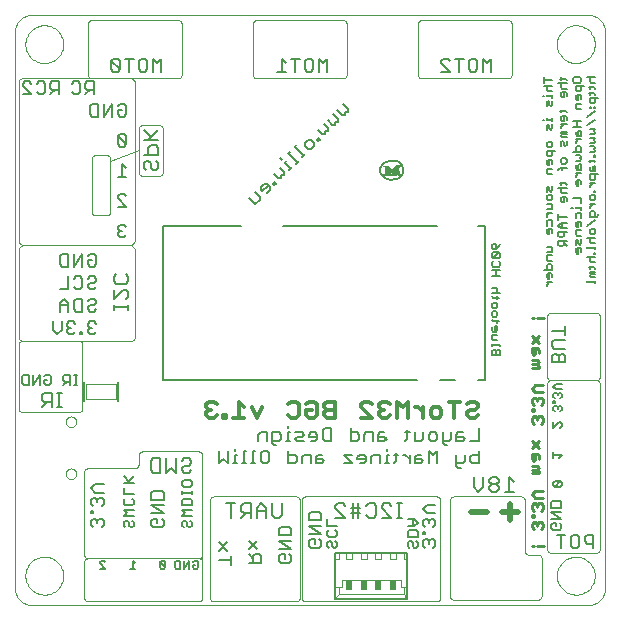
<source format=gbo>
G75*
%MOIN*%
%OFA0B0*%
%FSLAX24Y24*%
%IPPOS*%
%LPD*%
%AMOC8*
5,1,8,0,0,1.08239X$1,22.5*
%
%ADD10C,0.0000*%
%ADD11C,0.0130*%
%ADD12C,0.0080*%
%ADD13C,0.0060*%
%ADD14C,0.0050*%
%ADD15C,0.0200*%
%ADD16C,0.0030*%
%ADD17C,0.0090*%
%ADD18C,0.0003*%
%ADD19C,0.0055*%
%ADD20C,0.0020*%
%ADD21R,0.0197X0.0344*%
%ADD22C,0.0030*%
D10*
X000588Y000721D02*
X000588Y019224D01*
X000587Y019224D02*
X000589Y019270D01*
X000594Y019316D01*
X000603Y019362D01*
X000616Y019407D01*
X000632Y019450D01*
X000651Y019492D01*
X000674Y019533D01*
X000700Y019571D01*
X000729Y019608D01*
X000760Y019642D01*
X000794Y019673D01*
X000831Y019702D01*
X000869Y019728D01*
X000910Y019751D01*
X000952Y019770D01*
X000995Y019786D01*
X001040Y019799D01*
X001086Y019808D01*
X001132Y019813D01*
X001178Y019815D01*
X019682Y019815D01*
X019728Y019813D01*
X019774Y019808D01*
X019820Y019799D01*
X019865Y019786D01*
X019908Y019770D01*
X019950Y019751D01*
X019991Y019728D01*
X020029Y019702D01*
X020066Y019673D01*
X020100Y019642D01*
X020131Y019608D01*
X020160Y019571D01*
X020186Y019533D01*
X020209Y019492D01*
X020228Y019450D01*
X020244Y019407D01*
X020257Y019362D01*
X020266Y019316D01*
X020271Y019270D01*
X020273Y019224D01*
X020273Y000721D01*
X020271Y000675D01*
X020266Y000629D01*
X020257Y000583D01*
X020244Y000538D01*
X020228Y000495D01*
X020209Y000453D01*
X020186Y000412D01*
X020160Y000374D01*
X020131Y000337D01*
X020100Y000303D01*
X020066Y000272D01*
X020029Y000243D01*
X019991Y000217D01*
X019950Y000194D01*
X019908Y000175D01*
X019865Y000159D01*
X019820Y000146D01*
X019774Y000137D01*
X019728Y000132D01*
X019682Y000130D01*
X001178Y000130D01*
X001132Y000132D01*
X001086Y000137D01*
X001040Y000146D01*
X000995Y000159D01*
X000952Y000175D01*
X000910Y000194D01*
X000869Y000217D01*
X000831Y000243D01*
X000794Y000272D01*
X000760Y000303D01*
X000729Y000337D01*
X000700Y000374D01*
X000674Y000412D01*
X000651Y000453D01*
X000632Y000495D01*
X000616Y000538D01*
X000603Y000583D01*
X000594Y000629D01*
X000589Y000675D01*
X000587Y000721D01*
X000942Y001114D02*
X000944Y001164D01*
X000950Y001214D01*
X000960Y001263D01*
X000974Y001311D01*
X000991Y001358D01*
X001012Y001403D01*
X001037Y001447D01*
X001065Y001488D01*
X001097Y001527D01*
X001131Y001564D01*
X001168Y001598D01*
X001208Y001628D01*
X001250Y001655D01*
X001294Y001679D01*
X001340Y001700D01*
X001387Y001716D01*
X001435Y001729D01*
X001485Y001738D01*
X001534Y001743D01*
X001585Y001744D01*
X001635Y001741D01*
X001684Y001734D01*
X001733Y001723D01*
X001781Y001708D01*
X001827Y001690D01*
X001872Y001668D01*
X001915Y001642D01*
X001956Y001613D01*
X001995Y001581D01*
X002031Y001546D01*
X002063Y001508D01*
X002093Y001468D01*
X002120Y001425D01*
X002143Y001381D01*
X002162Y001335D01*
X002178Y001287D01*
X002190Y001238D01*
X002198Y001189D01*
X002202Y001139D01*
X002202Y001089D01*
X002198Y001039D01*
X002190Y000990D01*
X002178Y000941D01*
X002162Y000893D01*
X002143Y000847D01*
X002120Y000803D01*
X002093Y000760D01*
X002063Y000720D01*
X002031Y000682D01*
X001995Y000647D01*
X001956Y000615D01*
X001915Y000586D01*
X001872Y000560D01*
X001827Y000538D01*
X001781Y000520D01*
X001733Y000505D01*
X001684Y000494D01*
X001635Y000487D01*
X001585Y000484D01*
X001534Y000485D01*
X001485Y000490D01*
X001435Y000499D01*
X001387Y000512D01*
X001340Y000528D01*
X001294Y000549D01*
X001250Y000573D01*
X001208Y000600D01*
X001168Y000630D01*
X001131Y000664D01*
X001097Y000701D01*
X001065Y000740D01*
X001037Y000781D01*
X001012Y000825D01*
X000991Y000870D01*
X000974Y000917D01*
X000960Y000965D01*
X000950Y001014D01*
X000944Y001064D01*
X000942Y001114D01*
X002286Y004514D02*
X002288Y004540D01*
X002294Y004566D01*
X002304Y004591D01*
X002317Y004614D01*
X002333Y004634D01*
X002353Y004652D01*
X002375Y004667D01*
X002398Y004679D01*
X002424Y004687D01*
X002450Y004691D01*
X002476Y004691D01*
X002502Y004687D01*
X002528Y004679D01*
X002552Y004667D01*
X002573Y004652D01*
X002593Y004634D01*
X002609Y004614D01*
X002622Y004591D01*
X002632Y004566D01*
X002638Y004540D01*
X002640Y004514D01*
X002638Y004488D01*
X002632Y004462D01*
X002622Y004437D01*
X002609Y004414D01*
X002593Y004394D01*
X002573Y004376D01*
X002551Y004361D01*
X002528Y004349D01*
X002502Y004341D01*
X002476Y004337D01*
X002450Y004337D01*
X002424Y004341D01*
X002398Y004349D01*
X002374Y004361D01*
X002353Y004376D01*
X002333Y004394D01*
X002317Y004414D01*
X002304Y004437D01*
X002294Y004462D01*
X002288Y004488D01*
X002286Y004514D01*
X002286Y006246D02*
X002288Y006272D01*
X002294Y006298D01*
X002304Y006323D01*
X002317Y006346D01*
X002333Y006366D01*
X002353Y006384D01*
X002375Y006399D01*
X002398Y006411D01*
X002424Y006419D01*
X002450Y006423D01*
X002476Y006423D01*
X002502Y006419D01*
X002528Y006411D01*
X002552Y006399D01*
X002573Y006384D01*
X002593Y006366D01*
X002609Y006346D01*
X002622Y006323D01*
X002632Y006298D01*
X002638Y006272D01*
X002640Y006246D01*
X002638Y006220D01*
X002632Y006194D01*
X002622Y006169D01*
X002609Y006146D01*
X002593Y006126D01*
X002573Y006108D01*
X002551Y006093D01*
X002528Y006081D01*
X002502Y006073D01*
X002476Y006069D01*
X002450Y006069D01*
X002424Y006073D01*
X002398Y006081D01*
X002374Y006093D01*
X002353Y006108D01*
X002333Y006126D01*
X002317Y006146D01*
X002304Y006169D01*
X002294Y006194D01*
X002288Y006220D01*
X002286Y006246D01*
X000942Y018831D02*
X000944Y018881D01*
X000950Y018931D01*
X000960Y018980D01*
X000974Y019028D01*
X000991Y019075D01*
X001012Y019120D01*
X001037Y019164D01*
X001065Y019205D01*
X001097Y019244D01*
X001131Y019281D01*
X001168Y019315D01*
X001208Y019345D01*
X001250Y019372D01*
X001294Y019396D01*
X001340Y019417D01*
X001387Y019433D01*
X001435Y019446D01*
X001485Y019455D01*
X001534Y019460D01*
X001585Y019461D01*
X001635Y019458D01*
X001684Y019451D01*
X001733Y019440D01*
X001781Y019425D01*
X001827Y019407D01*
X001872Y019385D01*
X001915Y019359D01*
X001956Y019330D01*
X001995Y019298D01*
X002031Y019263D01*
X002063Y019225D01*
X002093Y019185D01*
X002120Y019142D01*
X002143Y019098D01*
X002162Y019052D01*
X002178Y019004D01*
X002190Y018955D01*
X002198Y018906D01*
X002202Y018856D01*
X002202Y018806D01*
X002198Y018756D01*
X002190Y018707D01*
X002178Y018658D01*
X002162Y018610D01*
X002143Y018564D01*
X002120Y018520D01*
X002093Y018477D01*
X002063Y018437D01*
X002031Y018399D01*
X001995Y018364D01*
X001956Y018332D01*
X001915Y018303D01*
X001872Y018277D01*
X001827Y018255D01*
X001781Y018237D01*
X001733Y018222D01*
X001684Y018211D01*
X001635Y018204D01*
X001585Y018201D01*
X001534Y018202D01*
X001485Y018207D01*
X001435Y018216D01*
X001387Y018229D01*
X001340Y018245D01*
X001294Y018266D01*
X001250Y018290D01*
X001208Y018317D01*
X001168Y018347D01*
X001131Y018381D01*
X001097Y018418D01*
X001065Y018457D01*
X001037Y018498D01*
X001012Y018542D01*
X000991Y018587D01*
X000974Y018634D01*
X000960Y018682D01*
X000950Y018731D01*
X000944Y018781D01*
X000942Y018831D01*
X018659Y018831D02*
X018661Y018881D01*
X018667Y018931D01*
X018677Y018980D01*
X018691Y019028D01*
X018708Y019075D01*
X018729Y019120D01*
X018754Y019164D01*
X018782Y019205D01*
X018814Y019244D01*
X018848Y019281D01*
X018885Y019315D01*
X018925Y019345D01*
X018967Y019372D01*
X019011Y019396D01*
X019057Y019417D01*
X019104Y019433D01*
X019152Y019446D01*
X019202Y019455D01*
X019251Y019460D01*
X019302Y019461D01*
X019352Y019458D01*
X019401Y019451D01*
X019450Y019440D01*
X019498Y019425D01*
X019544Y019407D01*
X019589Y019385D01*
X019632Y019359D01*
X019673Y019330D01*
X019712Y019298D01*
X019748Y019263D01*
X019780Y019225D01*
X019810Y019185D01*
X019837Y019142D01*
X019860Y019098D01*
X019879Y019052D01*
X019895Y019004D01*
X019907Y018955D01*
X019915Y018906D01*
X019919Y018856D01*
X019919Y018806D01*
X019915Y018756D01*
X019907Y018707D01*
X019895Y018658D01*
X019879Y018610D01*
X019860Y018564D01*
X019837Y018520D01*
X019810Y018477D01*
X019780Y018437D01*
X019748Y018399D01*
X019712Y018364D01*
X019673Y018332D01*
X019632Y018303D01*
X019589Y018277D01*
X019544Y018255D01*
X019498Y018237D01*
X019450Y018222D01*
X019401Y018211D01*
X019352Y018204D01*
X019302Y018201D01*
X019251Y018202D01*
X019202Y018207D01*
X019152Y018216D01*
X019104Y018229D01*
X019057Y018245D01*
X019011Y018266D01*
X018967Y018290D01*
X018925Y018317D01*
X018885Y018347D01*
X018848Y018381D01*
X018814Y018418D01*
X018782Y018457D01*
X018754Y018498D01*
X018729Y018542D01*
X018708Y018587D01*
X018691Y018634D01*
X018677Y018682D01*
X018667Y018731D01*
X018661Y018781D01*
X018659Y018831D01*
X018659Y001114D02*
X018661Y001164D01*
X018667Y001214D01*
X018677Y001263D01*
X018691Y001311D01*
X018708Y001358D01*
X018729Y001403D01*
X018754Y001447D01*
X018782Y001488D01*
X018814Y001527D01*
X018848Y001564D01*
X018885Y001598D01*
X018925Y001628D01*
X018967Y001655D01*
X019011Y001679D01*
X019057Y001700D01*
X019104Y001716D01*
X019152Y001729D01*
X019202Y001738D01*
X019251Y001743D01*
X019302Y001744D01*
X019352Y001741D01*
X019401Y001734D01*
X019450Y001723D01*
X019498Y001708D01*
X019544Y001690D01*
X019589Y001668D01*
X019632Y001642D01*
X019673Y001613D01*
X019712Y001581D01*
X019748Y001546D01*
X019780Y001508D01*
X019810Y001468D01*
X019837Y001425D01*
X019860Y001381D01*
X019879Y001335D01*
X019895Y001287D01*
X019907Y001238D01*
X019915Y001189D01*
X019919Y001139D01*
X019919Y001089D01*
X019915Y001039D01*
X019907Y000990D01*
X019895Y000941D01*
X019879Y000893D01*
X019860Y000847D01*
X019837Y000803D01*
X019810Y000760D01*
X019780Y000720D01*
X019748Y000682D01*
X019712Y000647D01*
X019673Y000615D01*
X019632Y000586D01*
X019589Y000560D01*
X019544Y000538D01*
X019498Y000520D01*
X019450Y000505D01*
X019401Y000494D01*
X019352Y000487D01*
X019302Y000484D01*
X019251Y000485D01*
X019202Y000490D01*
X019152Y000499D01*
X019104Y000512D01*
X019057Y000528D01*
X019011Y000549D01*
X018967Y000573D01*
X018925Y000600D01*
X018885Y000630D01*
X018848Y000664D01*
X018814Y000701D01*
X018782Y000740D01*
X018754Y000781D01*
X018729Y000825D01*
X018708Y000870D01*
X018691Y000917D01*
X018677Y000965D01*
X018667Y001014D01*
X018661Y001064D01*
X018659Y001114D01*
D11*
X015934Y006383D02*
X016023Y006471D01*
X015934Y006383D02*
X015758Y006383D01*
X015669Y006471D01*
X015669Y006559D01*
X015758Y006648D01*
X015934Y006648D01*
X016023Y006736D01*
X016023Y006825D01*
X015934Y006913D01*
X015758Y006913D01*
X015669Y006825D01*
X015415Y006913D02*
X015061Y006913D01*
X015238Y006913D02*
X015238Y006383D01*
X014807Y006471D02*
X014719Y006383D01*
X014542Y006383D01*
X014454Y006471D01*
X014454Y006648D01*
X014542Y006736D01*
X014719Y006736D01*
X014807Y006648D01*
X014807Y006471D01*
X014200Y006559D02*
X014023Y006736D01*
X013934Y006736D01*
X014200Y006736D02*
X014200Y006383D01*
X013693Y006383D02*
X013693Y006913D01*
X013516Y006736D01*
X013340Y006913D01*
X013340Y006383D01*
X013086Y006471D02*
X012997Y006383D01*
X012820Y006383D01*
X012732Y006471D01*
X012732Y006559D01*
X012820Y006648D01*
X012909Y006648D01*
X012820Y006648D02*
X012732Y006736D01*
X012732Y006825D01*
X012820Y006913D01*
X012997Y006913D01*
X013086Y006825D01*
X012478Y006825D02*
X012389Y006913D01*
X012213Y006913D01*
X012124Y006825D01*
X012124Y006736D01*
X012478Y006383D01*
X012124Y006383D01*
X011262Y006383D02*
X010997Y006383D01*
X010909Y006471D01*
X010909Y006559D01*
X010997Y006648D01*
X011262Y006648D01*
X011262Y006383D02*
X011262Y006913D01*
X010997Y006913D01*
X010909Y006825D01*
X010909Y006736D01*
X010997Y006648D01*
X010655Y006825D02*
X010655Y006471D01*
X010566Y006383D01*
X010389Y006383D01*
X010301Y006471D01*
X010301Y006648D01*
X010478Y006648D01*
X010655Y006825D02*
X010566Y006913D01*
X010389Y006913D01*
X010301Y006825D01*
X010047Y006825D02*
X010047Y006471D01*
X009959Y006383D01*
X009782Y006383D01*
X009693Y006471D01*
X009693Y006825D02*
X009782Y006913D01*
X009959Y006913D01*
X010047Y006825D01*
X008831Y006736D02*
X008655Y006383D01*
X008478Y006736D01*
X008224Y006736D02*
X008047Y006913D01*
X008047Y006383D01*
X008224Y006383D02*
X007870Y006383D01*
X007616Y006383D02*
X007528Y006383D01*
X007528Y006471D01*
X007616Y006471D01*
X007616Y006383D01*
X007312Y006471D02*
X007224Y006383D01*
X007047Y006383D01*
X006959Y006471D01*
X006959Y006559D01*
X007047Y006648D01*
X007135Y006648D01*
X007047Y006648D02*
X006959Y006736D01*
X006959Y006825D01*
X007047Y006913D01*
X007224Y006913D01*
X007312Y006825D01*
D12*
X008708Y005818D02*
X008708Y005608D01*
X008708Y005818D02*
X008778Y005888D01*
X008988Y005888D01*
X008988Y005608D01*
X009169Y005608D02*
X009379Y005608D01*
X009449Y005678D01*
X009449Y005818D01*
X009379Y005888D01*
X009169Y005888D01*
X009169Y005537D01*
X009239Y005467D01*
X009309Y005467D01*
X009065Y005208D02*
X009065Y004928D01*
X008995Y004858D01*
X008855Y004858D01*
X008785Y004928D01*
X008785Y005208D01*
X008855Y005278D01*
X008995Y005278D01*
X009065Y005208D01*
X008605Y005278D02*
X008535Y005278D01*
X008535Y004858D01*
X008605Y004858D02*
X008465Y004858D01*
X008298Y004858D02*
X008158Y004858D01*
X008228Y004858D02*
X008228Y005278D01*
X008298Y005278D01*
X007991Y005138D02*
X007921Y005138D01*
X007921Y004858D01*
X007991Y004858D02*
X007851Y004858D01*
X007684Y004858D02*
X007544Y004998D01*
X007404Y004858D01*
X007404Y005278D01*
X007684Y005278D02*
X007684Y004858D01*
X007921Y005278D02*
X007921Y005348D01*
X006470Y004945D02*
X006470Y004865D01*
X006390Y004785D01*
X006230Y004785D01*
X006149Y004705D01*
X006149Y004625D01*
X006230Y004545D01*
X006390Y004545D01*
X006470Y004625D01*
X006470Y004945D02*
X006390Y005025D01*
X006230Y005025D01*
X006149Y004945D01*
X005954Y005025D02*
X005954Y004545D01*
X005794Y004705D01*
X005634Y004545D01*
X005634Y005025D01*
X005438Y005025D02*
X005198Y005025D01*
X005118Y004945D01*
X005118Y004625D01*
X005198Y004545D01*
X005438Y004545D01*
X005438Y005025D01*
X005478Y003934D02*
X005198Y003934D01*
X005128Y003863D01*
X005128Y003653D01*
X005548Y003653D01*
X005548Y003863D01*
X005478Y003934D01*
X005548Y003473D02*
X005128Y003473D01*
X005548Y003193D01*
X005128Y003193D01*
X005198Y003013D02*
X005338Y003013D01*
X005338Y002873D01*
X005198Y003013D02*
X005128Y002943D01*
X005128Y002803D01*
X005198Y002733D01*
X005478Y002733D01*
X005548Y002803D01*
X005548Y002943D01*
X005478Y003013D01*
X003548Y002943D02*
X003478Y003013D01*
X003408Y003013D01*
X003338Y002943D01*
X003268Y003013D01*
X003198Y003013D01*
X003128Y002943D01*
X003128Y002803D01*
X003198Y002733D01*
X003338Y002873D02*
X003338Y002943D01*
X003548Y002943D02*
X003548Y002803D01*
X003478Y002733D01*
X003198Y003193D02*
X003198Y003263D01*
X003128Y003263D01*
X003128Y003193D01*
X003198Y003193D01*
X003198Y003423D02*
X003128Y003493D01*
X003128Y003633D01*
X003198Y003703D01*
X003268Y003703D01*
X003338Y003633D01*
X003338Y003563D01*
X003338Y003633D02*
X003408Y003703D01*
X003478Y003703D01*
X003548Y003633D01*
X003548Y003493D01*
X003478Y003423D01*
X003548Y003883D02*
X003268Y003883D01*
X003128Y004024D01*
X003268Y004164D01*
X003548Y004164D01*
X002157Y006733D02*
X001997Y006733D01*
X002077Y006733D02*
X002077Y007213D01*
X002157Y007213D02*
X001997Y007213D01*
X001813Y007213D02*
X001573Y007213D01*
X001493Y007133D01*
X001493Y006973D01*
X001573Y006893D01*
X001813Y006893D01*
X001653Y006893D02*
X001493Y006733D01*
X001813Y006733D02*
X001813Y007213D01*
X002007Y009170D02*
X001867Y009310D01*
X001867Y009590D01*
X002147Y009590D02*
X002147Y009310D01*
X002007Y009170D01*
X002327Y009240D02*
X002397Y009170D01*
X002537Y009170D01*
X002607Y009240D01*
X002767Y009240D02*
X002767Y009170D01*
X002837Y009170D01*
X002837Y009240D01*
X002767Y009240D01*
X003018Y009240D02*
X003088Y009170D01*
X003228Y009170D01*
X003298Y009240D01*
X003158Y009380D02*
X003088Y009380D01*
X003018Y009310D01*
X003018Y009240D01*
X003088Y009380D02*
X003018Y009450D01*
X003018Y009520D01*
X003088Y009590D01*
X003228Y009590D01*
X003298Y009520D01*
X003228Y009920D02*
X003298Y009990D01*
X003228Y009920D02*
X003088Y009920D01*
X003018Y009990D01*
X003018Y010060D01*
X003088Y010130D01*
X003228Y010130D01*
X003298Y010200D01*
X003298Y010270D01*
X003228Y010340D01*
X003088Y010340D01*
X003018Y010270D01*
X002837Y010340D02*
X002627Y010340D01*
X002557Y010270D01*
X002557Y009990D01*
X002627Y009920D01*
X002837Y009920D01*
X002837Y010340D01*
X002767Y010670D02*
X002627Y010670D01*
X002557Y010740D01*
X002377Y010670D02*
X002097Y010670D01*
X002377Y010670D02*
X002377Y011090D01*
X002557Y011020D02*
X002627Y011090D01*
X002767Y011090D01*
X002837Y011020D01*
X002837Y010740D01*
X002767Y010670D01*
X003018Y010740D02*
X003018Y010810D01*
X003088Y010880D01*
X003228Y010880D01*
X003298Y010950D01*
X003298Y011020D01*
X003228Y011090D01*
X003088Y011090D01*
X003018Y011020D01*
X003018Y010740D02*
X003088Y010670D01*
X003228Y010670D01*
X003298Y010740D01*
X003878Y010647D02*
X003878Y010326D01*
X004198Y010647D01*
X004278Y010647D01*
X004358Y010566D01*
X004358Y010406D01*
X004278Y010326D01*
X004358Y010143D02*
X004358Y009983D01*
X004358Y010063D02*
X003878Y010063D01*
X003878Y009983D02*
X003878Y010143D01*
X003958Y010842D02*
X003878Y010922D01*
X003878Y011082D01*
X003958Y011162D01*
X003958Y010842D02*
X004278Y010842D01*
X004358Y010922D01*
X004358Y011082D01*
X004278Y011162D01*
X003298Y011490D02*
X003298Y011770D01*
X003228Y011840D01*
X003088Y011840D01*
X003018Y011770D01*
X003018Y011630D02*
X003158Y011630D01*
X003018Y011630D02*
X003018Y011490D01*
X003088Y011420D01*
X003228Y011420D01*
X003298Y011490D01*
X002837Y011420D02*
X002837Y011840D01*
X002557Y011420D01*
X002557Y011840D01*
X002377Y011840D02*
X002167Y011840D01*
X002097Y011770D01*
X002097Y011490D01*
X002167Y011420D01*
X002377Y011420D01*
X002377Y011840D01*
X002237Y010340D02*
X002097Y010200D01*
X002097Y009920D01*
X002097Y010130D02*
X002377Y010130D01*
X002377Y010200D02*
X002237Y010340D01*
X002377Y010200D02*
X002377Y009920D01*
X002397Y009590D02*
X002327Y009520D01*
X002327Y009450D01*
X002397Y009380D01*
X002327Y009310D01*
X002327Y009240D01*
X002397Y009380D02*
X002467Y009380D01*
X002607Y009520D02*
X002537Y009590D01*
X002397Y009590D01*
X004088Y012389D02*
X004228Y012389D01*
X004298Y012459D01*
X004158Y012599D02*
X004088Y012599D01*
X004018Y012529D01*
X004018Y012459D01*
X004088Y012389D01*
X004088Y012599D02*
X004018Y012669D01*
X004018Y012739D01*
X004088Y012809D01*
X004228Y012809D01*
X004298Y012739D01*
X004298Y013420D02*
X004018Y013420D01*
X004298Y013420D02*
X004018Y013700D01*
X004018Y013770D01*
X004088Y013840D01*
X004228Y013840D01*
X004298Y013770D01*
X004298Y014420D02*
X004018Y014420D01*
X004158Y014420D02*
X004158Y014840D01*
X004298Y014700D01*
X004880Y014703D02*
X004960Y014623D01*
X004880Y014703D02*
X004880Y014863D01*
X004960Y014943D01*
X005040Y014943D01*
X005121Y014863D01*
X005121Y014703D01*
X005201Y014623D01*
X005281Y014623D01*
X005361Y014703D01*
X005361Y014863D01*
X005281Y014943D01*
X005361Y015139D02*
X005361Y015379D01*
X005281Y015459D01*
X005121Y015459D01*
X005040Y015379D01*
X005040Y015139D01*
X004880Y015139D02*
X005361Y015139D01*
X005361Y015654D02*
X004880Y015654D01*
X005040Y015654D02*
X005361Y015975D01*
X005121Y015734D02*
X004880Y015975D01*
X004298Y015770D02*
X004228Y015840D01*
X004088Y015840D01*
X004018Y015770D01*
X004298Y015490D01*
X004228Y015420D01*
X004088Y015420D01*
X004018Y015490D01*
X004018Y015770D01*
X004298Y015770D02*
X004298Y015490D01*
X004228Y016420D02*
X004088Y016420D01*
X004018Y016490D01*
X004018Y016630D01*
X004158Y016630D01*
X004298Y016490D02*
X004228Y016420D01*
X004298Y016490D02*
X004298Y016770D01*
X004228Y016840D01*
X004088Y016840D01*
X004018Y016770D01*
X003837Y016840D02*
X003557Y016420D01*
X003557Y016840D01*
X003377Y016840D02*
X003167Y016840D01*
X003097Y016770D01*
X003097Y016490D01*
X003167Y016420D01*
X003377Y016420D01*
X003377Y016840D01*
X003219Y017170D02*
X003219Y017590D01*
X003008Y017590D01*
X002938Y017520D01*
X002938Y017380D01*
X003008Y017310D01*
X003219Y017310D01*
X003079Y017310D02*
X002938Y017170D01*
X002758Y017240D02*
X002758Y017520D01*
X002688Y017590D01*
X002548Y017590D01*
X002478Y017520D01*
X002478Y017240D02*
X002548Y017170D01*
X002688Y017170D01*
X002758Y017240D01*
X002054Y017170D02*
X002054Y017590D01*
X001844Y017590D01*
X001774Y017520D01*
X001774Y017380D01*
X001844Y017310D01*
X002054Y017310D01*
X001914Y017310D02*
X001774Y017170D01*
X001594Y017240D02*
X001594Y017520D01*
X001524Y017590D01*
X001383Y017590D01*
X001313Y017520D01*
X001133Y017520D02*
X001063Y017590D01*
X000923Y017590D01*
X000853Y017520D01*
X000853Y017450D01*
X001133Y017170D01*
X000853Y017170D01*
X001313Y017240D02*
X001383Y017170D01*
X001524Y017170D01*
X001594Y017240D01*
X003837Y016840D02*
X003837Y016420D01*
X003877Y017920D02*
X004017Y017920D01*
X004087Y017990D01*
X003807Y018270D01*
X003807Y017990D01*
X003877Y017920D01*
X004087Y017990D02*
X004087Y018270D01*
X004017Y018340D01*
X003877Y018340D01*
X003807Y018270D01*
X004268Y018340D02*
X004548Y018340D01*
X004408Y018340D02*
X004408Y017920D01*
X004728Y017990D02*
X004728Y018270D01*
X004798Y018340D01*
X004938Y018340D01*
X005008Y018270D01*
X005008Y017990D01*
X004938Y017920D01*
X004798Y017920D01*
X004728Y017990D01*
X005188Y017920D02*
X005188Y018340D01*
X005329Y018200D01*
X005469Y018340D01*
X005469Y017920D01*
X008882Y014170D02*
X008783Y014071D01*
X008783Y013972D01*
X008832Y013922D01*
X009031Y014120D01*
X009080Y014071D02*
X008981Y014170D01*
X008882Y014170D01*
X009080Y014071D02*
X009080Y013972D01*
X008981Y013873D01*
X008755Y013745D02*
X008755Y013646D01*
X008606Y013498D01*
X008408Y013696D01*
X008606Y013894D02*
X008755Y013745D01*
X009193Y014184D02*
X009243Y014135D01*
X009292Y014184D01*
X009243Y014234D01*
X009193Y014184D01*
X009370Y014361D02*
X009222Y014510D01*
X009370Y014361D02*
X009469Y014361D01*
X009469Y014460D01*
X009568Y014460D01*
X009568Y014559D01*
X009420Y014708D01*
X009587Y014875D02*
X009785Y014677D01*
X009736Y014628D02*
X009835Y014727D01*
X009953Y014845D02*
X010052Y014944D01*
X010003Y014894D02*
X009705Y015191D01*
X009755Y015241D01*
X009922Y015408D02*
X010220Y015111D01*
X010269Y015161D02*
X010170Y015062D01*
X010347Y015338D02*
X010248Y015437D01*
X010248Y015536D01*
X010347Y015635D01*
X010446Y015635D01*
X010545Y015536D01*
X010545Y015437D01*
X010446Y015338D01*
X010347Y015338D01*
X009972Y015458D02*
X009922Y015408D01*
X009488Y014974D02*
X009439Y015024D01*
X009587Y014875D02*
X009637Y014925D01*
X010658Y015649D02*
X010708Y015599D01*
X010757Y015649D01*
X010708Y015699D01*
X010658Y015649D01*
X010835Y015826D02*
X010687Y015975D01*
X010835Y015826D02*
X010934Y015826D01*
X010934Y015925D01*
X011033Y015925D01*
X011033Y016024D01*
X010885Y016173D01*
X011012Y016300D02*
X011161Y016152D01*
X011260Y016152D01*
X011260Y016251D01*
X011359Y016251D01*
X011359Y016350D01*
X011210Y016498D01*
X011338Y016626D02*
X011486Y016477D01*
X011585Y016477D01*
X011585Y016576D01*
X011685Y016576D01*
X011685Y016675D01*
X011536Y016824D01*
X011000Y017920D02*
X011000Y018340D01*
X010860Y018200D01*
X010720Y018340D01*
X010720Y017920D01*
X010539Y017990D02*
X010469Y017920D01*
X010329Y017920D01*
X010259Y017990D01*
X010259Y018270D01*
X010329Y018340D01*
X010469Y018340D01*
X010539Y018270D01*
X010539Y017990D01*
X010079Y018340D02*
X009799Y018340D01*
X009939Y018340D02*
X009939Y017920D01*
X009619Y017920D02*
X009338Y017920D01*
X009479Y017920D02*
X009479Y018340D01*
X009619Y018200D01*
X014807Y018200D02*
X014807Y018270D01*
X014877Y018340D01*
X015017Y018340D01*
X015087Y018270D01*
X015268Y018340D02*
X015548Y018340D01*
X015408Y018340D02*
X015408Y017920D01*
X015728Y017990D02*
X015728Y018270D01*
X015798Y018340D01*
X015938Y018340D01*
X016008Y018270D01*
X016008Y017990D01*
X015938Y017920D01*
X015798Y017920D01*
X015728Y017990D01*
X016188Y017920D02*
X016188Y018340D01*
X016329Y018200D01*
X016469Y018340D01*
X016469Y017920D01*
X015087Y017920D02*
X014807Y018200D01*
X014807Y017920D02*
X015087Y017920D01*
X018923Y009427D02*
X018923Y009147D01*
X018923Y009287D02*
X018503Y009287D01*
X018573Y008967D02*
X018923Y008967D01*
X018923Y008687D02*
X018573Y008687D01*
X018503Y008757D01*
X018503Y008897D01*
X018573Y008967D01*
X018573Y008507D02*
X018503Y008436D01*
X018503Y008226D01*
X018923Y008226D01*
X018923Y008436D01*
X018853Y008507D01*
X018783Y008507D01*
X018713Y008436D01*
X018713Y008226D01*
X018713Y008436D02*
X018643Y008507D01*
X018573Y008507D01*
X016048Y006028D02*
X016048Y005608D01*
X015768Y005608D01*
X015587Y005678D02*
X015517Y005748D01*
X015307Y005748D01*
X015307Y005818D02*
X015307Y005608D01*
X015517Y005608D01*
X015587Y005678D01*
X015517Y005888D02*
X015377Y005888D01*
X015307Y005818D01*
X015127Y005888D02*
X015127Y005678D01*
X015057Y005608D01*
X014847Y005608D01*
X014847Y005537D02*
X014917Y005467D01*
X014987Y005467D01*
X014847Y005537D02*
X014847Y005888D01*
X014667Y005818D02*
X014667Y005678D01*
X014597Y005608D01*
X014456Y005608D01*
X014386Y005678D01*
X014386Y005818D01*
X014456Y005888D01*
X014597Y005888D01*
X014667Y005818D01*
X014206Y005888D02*
X014206Y005678D01*
X014136Y005608D01*
X013926Y005608D01*
X013926Y005888D01*
X013746Y005888D02*
X013606Y005888D01*
X013676Y005958D02*
X013676Y005678D01*
X013606Y005608D01*
X013292Y005208D02*
X013292Y004928D01*
X013222Y004858D01*
X013055Y004858D02*
X012915Y004858D01*
X012985Y004858D02*
X012985Y005138D01*
X013055Y005138D01*
X012985Y005278D02*
X012985Y005348D01*
X012748Y005138D02*
X012538Y005138D01*
X012468Y005068D01*
X012468Y004858D01*
X012288Y004928D02*
X012288Y005068D01*
X012218Y005138D01*
X012078Y005138D01*
X012008Y005068D01*
X012008Y004998D01*
X012288Y004998D01*
X012288Y004928D02*
X012218Y004858D01*
X012078Y004858D01*
X011828Y004858D02*
X011547Y004858D01*
X011547Y005138D02*
X011828Y004858D01*
X011828Y005138D02*
X011547Y005138D01*
X011778Y005608D02*
X011988Y005608D01*
X012058Y005678D01*
X012058Y005818D01*
X011988Y005888D01*
X011778Y005888D01*
X011778Y006028D02*
X011778Y005608D01*
X012238Y005608D02*
X012238Y005818D01*
X012308Y005888D01*
X012518Y005888D01*
X012518Y005608D01*
X012698Y005608D02*
X012698Y005818D01*
X012768Y005888D01*
X012908Y005888D01*
X012908Y005748D02*
X012698Y005748D01*
X012698Y005608D02*
X012908Y005608D01*
X012979Y005678D01*
X012908Y005748D01*
X012748Y005138D02*
X012748Y004858D01*
X013222Y005138D02*
X013362Y005138D01*
X013536Y005138D02*
X013606Y005138D01*
X013746Y004998D01*
X013746Y004858D02*
X013746Y005138D01*
X013926Y005068D02*
X013926Y004858D01*
X014136Y004858D01*
X014206Y004928D01*
X014136Y004998D01*
X013926Y004998D01*
X013926Y005068D02*
X013996Y005138D01*
X014136Y005138D01*
X014386Y005278D02*
X014386Y004858D01*
X014667Y004858D02*
X014667Y005278D01*
X014527Y005138D01*
X014386Y005278D01*
X015307Y005138D02*
X015307Y004787D01*
X015377Y004717D01*
X015447Y004717D01*
X015517Y004858D02*
X015307Y004858D01*
X015517Y004858D02*
X015587Y004928D01*
X015587Y005138D01*
X015768Y005068D02*
X015768Y004928D01*
X015838Y004858D01*
X016048Y004858D01*
X016048Y005278D01*
X016048Y005138D02*
X015838Y005138D01*
X015768Y005068D01*
X015884Y004400D02*
X015884Y004080D01*
X016044Y003920D01*
X016204Y004080D01*
X016204Y004400D01*
X016399Y004320D02*
X016399Y004240D01*
X016479Y004160D01*
X016640Y004160D01*
X016720Y004240D01*
X016720Y004320D01*
X016640Y004400D01*
X016479Y004400D01*
X016399Y004320D01*
X016479Y004160D02*
X016399Y004080D01*
X016399Y004000D01*
X016479Y003920D01*
X016640Y003920D01*
X016720Y004000D01*
X016720Y004080D01*
X016640Y004160D01*
X016915Y003920D02*
X017235Y003920D01*
X017075Y003920D02*
X017075Y004400D01*
X017235Y004240D01*
X018659Y002465D02*
X018940Y002465D01*
X018799Y002465D02*
X018799Y002045D01*
X019120Y002115D02*
X019120Y002395D01*
X019190Y002465D01*
X019330Y002465D01*
X019400Y002395D01*
X019400Y002115D01*
X019330Y002045D01*
X019190Y002045D01*
X019120Y002115D01*
X019580Y002255D02*
X019580Y002395D01*
X019650Y002465D01*
X019860Y002465D01*
X019860Y002045D01*
X019860Y002185D02*
X019650Y002185D01*
X019580Y002255D01*
X014611Y002255D02*
X014611Y002115D01*
X014541Y002045D01*
X014401Y002185D02*
X014401Y002255D01*
X014330Y002325D01*
X014260Y002325D01*
X014190Y002255D01*
X014190Y002115D01*
X014260Y002045D01*
X014401Y002255D02*
X014471Y002325D01*
X014541Y002325D01*
X014611Y002255D01*
X014260Y002505D02*
X014260Y002575D01*
X014190Y002575D01*
X014190Y002505D01*
X014260Y002505D01*
X014260Y002736D02*
X014190Y002806D01*
X014190Y002946D01*
X014260Y003016D01*
X014330Y003016D01*
X014401Y002946D01*
X014401Y002876D01*
X014401Y002946D02*
X014471Y003016D01*
X014541Y003016D01*
X014611Y002946D01*
X014611Y002806D01*
X014541Y002736D01*
X014611Y003196D02*
X014330Y003196D01*
X014190Y003336D01*
X014330Y003476D01*
X014611Y003476D01*
X013485Y003525D02*
X013325Y003525D01*
X013405Y003525D02*
X013405Y003045D01*
X013485Y003045D02*
X013325Y003045D01*
X013142Y003045D02*
X012821Y003365D01*
X012821Y003445D01*
X012901Y003525D01*
X013062Y003525D01*
X013142Y003445D01*
X013142Y003045D02*
X012821Y003045D01*
X012626Y003125D02*
X012546Y003045D01*
X012386Y003045D01*
X012306Y003125D01*
X012110Y003205D02*
X011790Y003205D01*
X011790Y003365D02*
X011870Y003365D01*
X012110Y003365D01*
X012030Y003525D02*
X012030Y003045D01*
X011870Y003045D02*
X011870Y003525D01*
X011595Y003445D02*
X011515Y003525D01*
X011354Y003525D01*
X011274Y003445D01*
X011274Y003365D01*
X011595Y003045D01*
X011274Y003045D01*
X010798Y002966D02*
X010798Y003176D01*
X010728Y003246D01*
X010448Y003246D01*
X010378Y003176D01*
X010378Y002966D01*
X010798Y002966D01*
X010798Y002786D02*
X010378Y002786D01*
X010798Y002505D01*
X010378Y002505D01*
X010448Y002325D02*
X010378Y002255D01*
X010378Y002115D01*
X010448Y002045D01*
X010728Y002045D01*
X010798Y002115D01*
X010798Y002255D01*
X010728Y002325D01*
X010588Y002325D02*
X010588Y002185D01*
X010588Y002325D02*
X010448Y002325D01*
X009798Y002286D02*
X009378Y002286D01*
X009798Y002005D01*
X009378Y002005D01*
X009448Y001825D02*
X009588Y001825D01*
X009588Y001685D01*
X009448Y001545D02*
X009378Y001615D01*
X009378Y001755D01*
X009448Y001825D01*
X009728Y001825D02*
X009798Y001755D01*
X009798Y001615D01*
X009728Y001545D01*
X009448Y001545D01*
X008798Y001545D02*
X008798Y001755D01*
X008728Y001825D01*
X008588Y001825D01*
X008518Y001755D01*
X008518Y001545D01*
X008518Y001685D02*
X008378Y001825D01*
X008378Y002005D02*
X008658Y002286D01*
X008378Y002286D02*
X008658Y002005D01*
X008798Y001545D02*
X008378Y001545D01*
X007798Y001483D02*
X007798Y001763D01*
X007798Y001623D02*
X007378Y001623D01*
X007378Y001943D02*
X007658Y002223D01*
X007658Y001943D02*
X007378Y002223D01*
X007778Y003045D02*
X007778Y003525D01*
X007938Y003525D02*
X007618Y003525D01*
X008134Y003445D02*
X008134Y003285D01*
X008214Y003205D01*
X008454Y003205D01*
X008454Y003045D02*
X008454Y003525D01*
X008214Y003525D01*
X008134Y003445D01*
X008294Y003205D02*
X008134Y003045D01*
X008649Y003045D02*
X008649Y003365D01*
X008810Y003525D01*
X008970Y003365D01*
X008970Y003045D01*
X009165Y003125D02*
X009165Y003525D01*
X008970Y003285D02*
X008649Y003285D01*
X009165Y003125D02*
X009245Y003045D01*
X009405Y003045D01*
X009485Y003125D01*
X009485Y003525D01*
X009448Y002746D02*
X009378Y002676D01*
X009378Y002466D01*
X009798Y002466D01*
X009798Y002676D01*
X009728Y002746D01*
X009448Y002746D01*
X011273Y001871D02*
X011273Y000347D01*
X011283Y000397D01*
X011273Y000347D02*
X013652Y000347D01*
X013643Y000397D01*
X013652Y000347D02*
X013652Y001871D01*
X013546Y001871D01*
X011380Y001871D01*
X011273Y001871D01*
X012626Y003125D02*
X012626Y003445D01*
X012546Y003525D01*
X012386Y003525D01*
X012306Y003445D01*
X010837Y004858D02*
X010907Y004928D01*
X010837Y004998D01*
X010627Y004998D01*
X010627Y005068D02*
X010627Y004858D01*
X010837Y004858D01*
X010837Y005138D02*
X010697Y005138D01*
X010627Y005068D01*
X010446Y005138D02*
X010236Y005138D01*
X010166Y005068D01*
X010166Y004858D01*
X009986Y004928D02*
X009986Y005068D01*
X009916Y005138D01*
X009706Y005138D01*
X009706Y005278D02*
X009706Y004858D01*
X009916Y004858D01*
X009986Y004928D01*
X010446Y004858D02*
X010446Y005138D01*
X010466Y005608D02*
X010607Y005608D01*
X010677Y005678D01*
X010677Y005818D01*
X010607Y005888D01*
X010466Y005888D01*
X010396Y005818D01*
X010396Y005748D01*
X010677Y005748D01*
X010857Y005678D02*
X010857Y005958D01*
X010927Y006028D01*
X011137Y006028D01*
X011137Y005608D01*
X010927Y005608D01*
X010857Y005678D01*
X010216Y005608D02*
X010006Y005608D01*
X009936Y005678D01*
X010006Y005748D01*
X010146Y005748D01*
X010216Y005818D01*
X010146Y005888D01*
X009936Y005888D01*
X009756Y005888D02*
X009686Y005888D01*
X009686Y005608D01*
X009756Y005608D02*
X009616Y005608D01*
X009686Y006028D02*
X009686Y006098D01*
D13*
X010993Y002998D02*
X010993Y002772D01*
X011333Y002772D01*
X011276Y002630D02*
X011333Y002573D01*
X011333Y002460D01*
X011276Y002403D01*
X011050Y002403D01*
X010993Y002460D01*
X010993Y002573D01*
X011050Y002630D01*
X011050Y002262D02*
X010993Y002205D01*
X010993Y002092D01*
X011050Y002035D01*
X011163Y002092D02*
X011163Y002205D01*
X011106Y002262D01*
X011050Y002262D01*
X011163Y002092D02*
X011220Y002035D01*
X011276Y002035D01*
X011333Y002092D01*
X011333Y002205D01*
X011276Y002262D01*
X013680Y002205D02*
X013680Y002092D01*
X013737Y002035D01*
X013850Y002092D02*
X013850Y002205D01*
X013794Y002262D01*
X013737Y002262D01*
X013680Y002205D01*
X013680Y002403D02*
X013680Y002573D01*
X013737Y002630D01*
X013964Y002630D01*
X014021Y002573D01*
X014021Y002403D01*
X013680Y002403D01*
X013680Y002772D02*
X013907Y002772D01*
X014021Y002885D01*
X013907Y002998D01*
X013680Y002998D01*
X013850Y002998D02*
X013850Y002772D01*
X013964Y002262D02*
X014021Y002205D01*
X014021Y002092D01*
X013964Y002035D01*
X013907Y002035D01*
X013850Y002092D01*
X018468Y002706D02*
X018468Y002819D01*
X018525Y002876D01*
X018638Y002876D01*
X018638Y002762D01*
X018751Y002649D02*
X018525Y002649D01*
X018468Y002706D01*
X018751Y002649D02*
X018808Y002706D01*
X018808Y002819D01*
X018751Y002876D01*
X018808Y003017D02*
X018468Y003017D01*
X018468Y003244D02*
X018808Y003244D01*
X018808Y003385D02*
X018808Y003556D01*
X018751Y003612D01*
X018525Y003612D01*
X018468Y003556D01*
X018468Y003385D01*
X018808Y003385D01*
X018808Y003017D02*
X018468Y003244D01*
X006496Y003318D02*
X006155Y003318D01*
X006269Y003204D01*
X006155Y003091D01*
X006496Y003091D01*
X006439Y002949D02*
X006496Y002893D01*
X006496Y002779D01*
X006439Y002723D01*
X006382Y002723D01*
X006325Y002779D01*
X006325Y002893D01*
X006269Y002949D01*
X006212Y002949D01*
X006155Y002893D01*
X006155Y002779D01*
X006212Y002723D01*
X006155Y003459D02*
X006155Y003629D01*
X006212Y003686D01*
X006439Y003686D01*
X006496Y003629D01*
X006496Y003459D01*
X006155Y003459D01*
X006155Y003827D02*
X006155Y003941D01*
X006155Y003884D02*
X006496Y003884D01*
X006496Y003827D02*
X006496Y003941D01*
X006439Y004073D02*
X006212Y004073D01*
X006155Y004130D01*
X006155Y004243D01*
X006212Y004300D01*
X006439Y004300D01*
X006496Y004243D01*
X006496Y004130D01*
X006439Y004073D01*
X004558Y004196D02*
X004218Y004196D01*
X004331Y004196D02*
X004558Y004423D01*
X004388Y004252D02*
X004218Y004423D01*
X004218Y004054D02*
X004218Y003827D01*
X004558Y003827D01*
X004501Y003686D02*
X004558Y003629D01*
X004558Y003516D01*
X004501Y003459D01*
X004275Y003459D01*
X004218Y003516D01*
X004218Y003629D01*
X004275Y003686D01*
X004218Y003318D02*
X004558Y003318D01*
X004558Y003091D02*
X004218Y003091D01*
X004331Y003204D01*
X004218Y003318D01*
X004275Y002949D02*
X004218Y002893D01*
X004218Y002779D01*
X004275Y002723D01*
X004388Y002779D02*
X004388Y002893D01*
X004331Y002949D01*
X004275Y002949D01*
X004388Y002779D02*
X004445Y002723D01*
X004501Y002723D01*
X004558Y002779D01*
X004558Y002893D01*
X004501Y002949D01*
X002672Y007473D02*
X002558Y007473D01*
X002615Y007473D02*
X002615Y007813D01*
X002672Y007813D02*
X002558Y007813D01*
X002426Y007813D02*
X002256Y007813D01*
X002199Y007756D01*
X002199Y007643D01*
X002256Y007586D01*
X002426Y007586D01*
X002313Y007586D02*
X002199Y007473D01*
X002426Y007473D02*
X002426Y007813D01*
X001788Y007756D02*
X001788Y007529D01*
X001731Y007473D01*
X001618Y007473D01*
X001561Y007529D01*
X001561Y007643D01*
X001674Y007643D01*
X001561Y007756D02*
X001618Y007813D01*
X001731Y007813D01*
X001788Y007756D01*
X001419Y007813D02*
X001419Y007473D01*
X001193Y007473D02*
X001193Y007813D01*
X001051Y007813D02*
X000881Y007813D01*
X000824Y007756D01*
X000824Y007529D01*
X000881Y007473D01*
X001051Y007473D01*
X001051Y007813D01*
X001419Y007813D02*
X001193Y007473D01*
D14*
X002904Y007570D02*
X002904Y006940D01*
X004022Y006940D02*
X004022Y007570D01*
X005535Y007637D02*
X014007Y007637D01*
X014775Y007630D02*
X015275Y007630D01*
X016025Y007630D02*
X016275Y007630D01*
X016275Y012755D01*
X016025Y012755D01*
X016533Y012183D02*
X016578Y012183D01*
X016623Y012138D01*
X016623Y012003D01*
X016533Y012003D01*
X016488Y012048D01*
X016488Y012138D01*
X016533Y012183D01*
X016713Y012093D02*
X016623Y012003D01*
X016713Y012093D02*
X016758Y012183D01*
X016713Y011889D02*
X016533Y011889D01*
X016488Y011844D01*
X016488Y011754D01*
X016533Y011709D01*
X016713Y011889D01*
X016758Y011844D01*
X016758Y011754D01*
X016713Y011709D01*
X016533Y011709D01*
X016533Y011594D02*
X016488Y011549D01*
X016488Y011459D01*
X016533Y011414D01*
X016713Y011414D01*
X016758Y011459D01*
X016758Y011549D01*
X016713Y011594D01*
X016758Y011300D02*
X016488Y011300D01*
X016623Y011300D02*
X016623Y011119D01*
X016488Y011119D02*
X016758Y011119D01*
X016623Y010710D02*
X016488Y010710D01*
X016623Y010710D02*
X016668Y010665D01*
X016668Y010575D01*
X016623Y010530D01*
X016668Y010424D02*
X016668Y010334D01*
X016713Y010379D02*
X016533Y010379D01*
X016488Y010424D01*
X016488Y010530D02*
X016758Y010530D01*
X016623Y010219D02*
X016533Y010219D01*
X016488Y010174D01*
X016488Y010084D01*
X016533Y010039D01*
X016623Y010039D01*
X016668Y010084D01*
X016668Y010174D01*
X016623Y010219D01*
X016623Y009924D02*
X016533Y009924D01*
X016488Y009879D01*
X016488Y009789D01*
X016533Y009744D01*
X016623Y009744D01*
X016668Y009789D01*
X016668Y009879D01*
X016623Y009924D01*
X016668Y009638D02*
X016668Y009548D01*
X016713Y009593D02*
X016533Y009593D01*
X016488Y009638D01*
X016578Y009433D02*
X016578Y009253D01*
X016623Y009253D02*
X016668Y009298D01*
X016668Y009388D01*
X016623Y009433D01*
X016578Y009433D01*
X016488Y009388D02*
X016488Y009298D01*
X016533Y009253D01*
X016623Y009253D01*
X016668Y009139D02*
X016488Y009139D01*
X016488Y009004D01*
X016533Y008959D01*
X016668Y008959D01*
X016758Y008807D02*
X016488Y008807D01*
X016488Y008762D02*
X016488Y008852D01*
X016533Y008648D02*
X016488Y008603D01*
X016488Y008468D01*
X016758Y008468D01*
X016758Y008603D01*
X016713Y008648D01*
X016668Y008648D01*
X016623Y008603D01*
X016623Y008468D01*
X016623Y008603D02*
X016578Y008648D01*
X016533Y008648D01*
X016758Y008762D02*
X016758Y008807D01*
X018543Y007419D02*
X018633Y007509D01*
X018813Y007509D01*
X018813Y007329D02*
X018633Y007329D01*
X018543Y007419D01*
X018588Y007215D02*
X018543Y007170D01*
X018543Y007079D01*
X018588Y007034D01*
X018588Y006932D02*
X018543Y006932D01*
X018543Y006887D01*
X018588Y006887D01*
X018588Y006932D01*
X018588Y006773D02*
X018543Y006728D01*
X018543Y006638D01*
X018588Y006592D01*
X018678Y006683D02*
X018678Y006728D01*
X018633Y006773D01*
X018588Y006773D01*
X018678Y006728D02*
X018723Y006773D01*
X018768Y006773D01*
X018813Y006728D01*
X018813Y006638D01*
X018768Y006592D01*
X018768Y006228D02*
X018813Y006183D01*
X018813Y006093D01*
X018768Y006048D01*
X018768Y006228D02*
X018723Y006228D01*
X018543Y006048D01*
X018543Y006228D01*
X018768Y007034D02*
X018813Y007079D01*
X018813Y007170D01*
X018768Y007215D01*
X018723Y007215D01*
X018678Y007170D01*
X018633Y007215D01*
X018588Y007215D01*
X018678Y007170D02*
X018678Y007125D01*
X018543Y005228D02*
X018543Y005048D01*
X018543Y005138D02*
X018813Y005138D01*
X018723Y005048D01*
X018768Y004259D02*
X018588Y004259D01*
X018543Y004214D01*
X018543Y004124D01*
X018588Y004079D01*
X018768Y004259D01*
X018813Y004214D01*
X018813Y004124D01*
X018768Y004079D01*
X018588Y004079D01*
X018318Y010769D02*
X018318Y010814D01*
X018408Y010904D01*
X018498Y010904D02*
X018318Y010904D01*
X018363Y011018D02*
X018408Y011018D01*
X018408Y011199D01*
X018453Y011199D02*
X018363Y011199D01*
X018318Y011154D01*
X018318Y011063D01*
X018363Y011018D01*
X018498Y011063D02*
X018498Y011154D01*
X018453Y011199D01*
X018498Y011313D02*
X018498Y011448D01*
X018453Y011493D01*
X018363Y011493D01*
X018318Y011448D01*
X018318Y011313D01*
X018228Y011313D02*
X018498Y011313D01*
X018498Y011608D02*
X018363Y011608D01*
X018318Y011653D01*
X018318Y011788D01*
X018498Y011788D01*
X018498Y011902D02*
X018318Y011902D01*
X018498Y011902D02*
X018498Y012037D01*
X018453Y012083D01*
X018318Y012083D01*
X018708Y012144D02*
X018753Y012099D01*
X018843Y012099D01*
X018888Y012144D01*
X018888Y012279D01*
X018978Y012279D02*
X018708Y012279D01*
X018708Y012144D01*
X018888Y012189D02*
X018978Y012099D01*
X019278Y012148D02*
X019278Y012283D01*
X019323Y012328D01*
X019368Y012283D01*
X019368Y012193D01*
X019413Y012148D01*
X019458Y012193D01*
X019458Y012328D01*
X019458Y012443D02*
X019323Y012443D01*
X019278Y012488D01*
X019278Y012623D01*
X019458Y012623D01*
X019368Y012737D02*
X019368Y012917D01*
X019413Y012917D02*
X019323Y012917D01*
X019278Y012872D01*
X019278Y012782D01*
X019323Y012737D01*
X019368Y012737D01*
X019458Y012782D02*
X019458Y012872D01*
X019413Y012917D01*
X019458Y013032D02*
X019458Y013167D01*
X019413Y013212D01*
X019323Y013212D01*
X019278Y013167D01*
X019278Y013032D01*
X019458Y013318D02*
X019458Y013408D01*
X019458Y013363D02*
X019278Y013363D01*
X019278Y013408D01*
X019188Y013363D02*
X019143Y013363D01*
X018978Y013073D02*
X018708Y013073D01*
X018708Y013163D02*
X018708Y012983D01*
X018798Y012868D02*
X018708Y012778D01*
X018798Y012688D01*
X018978Y012688D01*
X018978Y012574D02*
X018708Y012574D01*
X018708Y012438D01*
X018753Y012393D01*
X018843Y012393D01*
X018888Y012438D01*
X018888Y012574D01*
X018843Y012688D02*
X018843Y012868D01*
X018798Y012868D02*
X018978Y012868D01*
X018498Y012921D02*
X018498Y012786D01*
X018453Y012672D02*
X018363Y012672D01*
X018318Y012627D01*
X018318Y012537D01*
X018363Y012492D01*
X018408Y012492D01*
X018408Y012672D01*
X018453Y012672D02*
X018498Y012627D01*
X018498Y012537D01*
X018318Y012786D02*
X018318Y012921D01*
X018363Y012966D01*
X018453Y012966D01*
X018498Y012921D01*
X018318Y013077D02*
X018318Y013122D01*
X018408Y013212D01*
X018498Y013212D02*
X018318Y013212D01*
X018318Y013327D02*
X018498Y013327D01*
X018498Y013462D01*
X018453Y013507D01*
X018318Y013507D01*
X018363Y013621D02*
X018318Y013666D01*
X018318Y013756D01*
X018363Y013801D01*
X018453Y013801D01*
X018498Y013756D01*
X018498Y013666D01*
X018453Y013621D01*
X018363Y013621D01*
X018318Y013916D02*
X018318Y014051D01*
X018363Y014096D01*
X018408Y014051D01*
X018408Y013961D01*
X018453Y013916D01*
X018498Y013961D01*
X018498Y014096D01*
X018708Y014047D02*
X018978Y014047D01*
X018978Y014153D02*
X018933Y014198D01*
X018753Y014198D01*
X018798Y014243D02*
X018798Y014153D01*
X018843Y014047D02*
X018798Y014002D01*
X018798Y013912D01*
X018843Y013867D01*
X018978Y013867D01*
X018933Y013752D02*
X018843Y013752D01*
X018798Y013707D01*
X018798Y013617D01*
X018843Y013572D01*
X018888Y013572D01*
X018888Y013752D01*
X018933Y013752D02*
X018978Y013707D01*
X018978Y013617D01*
X019188Y013703D02*
X019458Y013703D01*
X019458Y013523D01*
X019758Y013507D02*
X019938Y013507D01*
X019848Y013507D02*
X019758Y013417D01*
X019758Y013372D01*
X019803Y013261D02*
X019893Y013261D01*
X019938Y013216D01*
X019938Y013081D01*
X019983Y013081D02*
X019758Y013081D01*
X019758Y013216D01*
X019803Y013261D01*
X020028Y013171D02*
X020028Y013126D01*
X019983Y013081D01*
X019938Y012966D02*
X019668Y012786D01*
X019803Y012672D02*
X019893Y012672D01*
X019938Y012627D01*
X019938Y012537D01*
X019893Y012492D01*
X019803Y012492D01*
X019758Y012537D01*
X019758Y012627D01*
X019803Y012672D01*
X019803Y012377D02*
X019758Y012332D01*
X019758Y012242D01*
X019803Y012197D01*
X019938Y012197D01*
X019938Y012083D02*
X019938Y011992D01*
X019938Y012037D02*
X019668Y012037D01*
X019668Y012083D01*
X019458Y011988D02*
X019458Y011898D01*
X019458Y011988D02*
X019413Y012033D01*
X019323Y012033D01*
X019278Y011988D01*
X019278Y011898D01*
X019323Y011853D01*
X019368Y011853D01*
X019368Y012033D01*
X019668Y011739D02*
X019938Y011739D01*
X019938Y011841D02*
X019938Y011886D01*
X019893Y011886D01*
X019893Y011841D01*
X019938Y011841D01*
X019803Y011739D02*
X019758Y011694D01*
X019758Y011604D01*
X019803Y011559D01*
X019938Y011559D01*
X019893Y011399D02*
X019938Y011354D01*
X019893Y011399D02*
X019713Y011399D01*
X019758Y011444D02*
X019758Y011354D01*
X019758Y011248D02*
X019758Y011203D01*
X019803Y011158D01*
X019758Y011113D01*
X019803Y011068D01*
X019938Y011068D01*
X019938Y011158D02*
X019803Y011158D01*
X019758Y011248D02*
X019938Y011248D01*
X019938Y010953D02*
X019938Y010863D01*
X019938Y010908D02*
X019668Y010908D01*
X019668Y010953D01*
X019668Y012377D02*
X019938Y012377D01*
X019893Y013621D02*
X019803Y013621D01*
X019758Y013666D01*
X019758Y013756D01*
X019803Y013801D01*
X019893Y013801D01*
X019938Y013756D01*
X019938Y013666D01*
X019893Y013621D01*
X019893Y013904D02*
X019938Y013904D01*
X019938Y013949D01*
X019893Y013949D01*
X019893Y013904D01*
X019758Y014059D02*
X019758Y014104D01*
X019848Y014194D01*
X019938Y014194D02*
X019758Y014194D01*
X019803Y014309D02*
X019893Y014309D01*
X019938Y014354D01*
X019938Y014489D01*
X020028Y014489D02*
X019758Y014489D01*
X019758Y014354D01*
X019803Y014309D01*
X019458Y014247D02*
X019458Y014157D01*
X019458Y014247D02*
X019413Y014292D01*
X019323Y014292D01*
X019278Y014247D01*
X019278Y014157D01*
X019323Y014112D01*
X019368Y014112D01*
X019368Y014292D01*
X019278Y014403D02*
X019278Y014448D01*
X019368Y014538D01*
X019458Y014538D02*
X019278Y014538D01*
X019323Y014652D02*
X019458Y014652D01*
X019458Y014788D01*
X019413Y014833D01*
X019368Y014788D01*
X019368Y014652D01*
X019323Y014652D02*
X019278Y014697D01*
X019278Y014788D01*
X019278Y014947D02*
X019413Y014947D01*
X019458Y014992D01*
X019413Y015037D01*
X019458Y015082D01*
X019413Y015127D01*
X019278Y015127D01*
X019278Y015242D02*
X019278Y015377D01*
X019323Y015422D01*
X019413Y015422D01*
X019458Y015377D01*
X019458Y015242D01*
X019188Y015242D01*
X019278Y015532D02*
X019278Y015577D01*
X019368Y015667D01*
X019458Y015667D02*
X019278Y015667D01*
X019323Y015782D02*
X019458Y015782D01*
X019458Y015917D01*
X019413Y015962D01*
X019368Y015917D01*
X019368Y015782D01*
X019323Y015782D02*
X019278Y015827D01*
X019278Y015917D01*
X019323Y016077D02*
X019323Y016257D01*
X019458Y016257D02*
X019188Y016257D01*
X019188Y016077D02*
X019458Y016077D01*
X019668Y016126D02*
X019938Y016306D01*
X019668Y016420D02*
X019938Y016601D01*
X019938Y016703D02*
X019938Y016748D01*
X019893Y016748D01*
X019893Y016703D01*
X019938Y016703D01*
X019803Y016703D02*
X019803Y016748D01*
X019758Y016748D01*
X019758Y016703D01*
X019803Y016703D01*
X019803Y016862D02*
X019893Y016862D01*
X019938Y016907D01*
X019938Y017042D01*
X020028Y017042D02*
X019758Y017042D01*
X019758Y016907D01*
X019803Y016862D01*
X019758Y017149D02*
X019758Y017239D01*
X019713Y017194D02*
X019893Y017194D01*
X019938Y017149D01*
X019938Y017345D02*
X019893Y017390D01*
X019713Y017390D01*
X019758Y017435D02*
X019758Y017345D01*
X019803Y017550D02*
X019938Y017550D01*
X019803Y017550D02*
X019758Y017595D01*
X019758Y017685D01*
X019803Y017730D01*
X019668Y017730D02*
X019938Y017730D01*
X019458Y017685D02*
X019458Y017595D01*
X019413Y017550D01*
X019233Y017550D01*
X019188Y017595D01*
X019188Y017685D01*
X019233Y017730D01*
X019413Y017730D01*
X019458Y017685D01*
X019458Y017435D02*
X019458Y017300D01*
X019413Y017255D01*
X019323Y017255D01*
X019278Y017300D01*
X019278Y017435D01*
X019548Y017435D01*
X019413Y017141D02*
X019323Y017141D01*
X019278Y017096D01*
X019278Y017006D01*
X019323Y016961D01*
X019368Y016961D01*
X019368Y017141D01*
X019413Y017141D02*
X019458Y017096D01*
X019458Y017006D01*
X019458Y016846D02*
X019278Y016846D01*
X019278Y016711D01*
X019323Y016666D01*
X019458Y016666D01*
X018978Y016560D02*
X018933Y016605D01*
X018753Y016605D01*
X018798Y016650D02*
X018798Y016560D01*
X018843Y016453D02*
X018798Y016408D01*
X018798Y016318D01*
X018843Y016273D01*
X018888Y016273D01*
X018888Y016453D01*
X018933Y016453D02*
X018843Y016453D01*
X018933Y016453D02*
X018978Y016408D01*
X018978Y016318D01*
X018978Y016159D02*
X018798Y016159D01*
X018888Y016159D02*
X018798Y016068D01*
X018798Y016023D01*
X018798Y015913D02*
X018798Y015868D01*
X018843Y015823D01*
X018798Y015778D01*
X018843Y015733D01*
X018978Y015733D01*
X018978Y015823D02*
X018843Y015823D01*
X018798Y015913D02*
X018978Y015913D01*
X018978Y015618D02*
X018978Y015483D01*
X018933Y015438D01*
X018888Y015483D01*
X018888Y015573D01*
X018843Y015618D01*
X018798Y015573D01*
X018798Y015438D01*
X018588Y015275D02*
X018318Y015275D01*
X018318Y015139D01*
X018363Y015094D01*
X018453Y015094D01*
X018498Y015139D01*
X018498Y015275D01*
X018453Y015389D02*
X018363Y015389D01*
X018318Y015434D01*
X018318Y015524D01*
X018363Y015569D01*
X018453Y015569D01*
X018498Y015524D01*
X018498Y015434D01*
X018453Y015389D01*
X018453Y014980D02*
X018363Y014980D01*
X018318Y014935D01*
X018318Y014845D01*
X018363Y014800D01*
X018408Y014800D01*
X018408Y014980D01*
X018453Y014980D02*
X018498Y014935D01*
X018498Y014845D01*
X018498Y014685D02*
X018318Y014685D01*
X018318Y014550D01*
X018363Y014505D01*
X018498Y014505D01*
X018708Y014644D02*
X018753Y014689D01*
X018978Y014689D01*
X018843Y014734D02*
X018843Y014644D01*
X018843Y014849D02*
X018798Y014894D01*
X018798Y014984D01*
X018843Y015029D01*
X018933Y015029D01*
X018978Y014984D01*
X018978Y014894D01*
X018933Y014849D01*
X018843Y014849D01*
X019713Y014935D02*
X019893Y014935D01*
X019938Y014890D01*
X019893Y014783D02*
X019848Y014738D01*
X019848Y014603D01*
X019803Y014603D02*
X019938Y014603D01*
X019938Y014738D01*
X019893Y014783D01*
X019758Y014738D02*
X019758Y014648D01*
X019803Y014603D01*
X019758Y014890D02*
X019758Y014980D01*
X019893Y015082D02*
X019938Y015082D01*
X019938Y015127D01*
X019893Y015127D01*
X019893Y015082D01*
X019893Y015242D02*
X019758Y015242D01*
X019893Y015242D02*
X019938Y015287D01*
X019893Y015332D01*
X019938Y015377D01*
X019893Y015422D01*
X019758Y015422D01*
X019758Y015536D02*
X019893Y015536D01*
X019938Y015581D01*
X019893Y015626D01*
X019938Y015672D01*
X019893Y015717D01*
X019758Y015717D01*
X019758Y015831D02*
X019893Y015831D01*
X019938Y015876D01*
X019893Y015921D01*
X019938Y015966D01*
X019893Y016011D01*
X019758Y016011D01*
X018978Y017104D02*
X018978Y017194D01*
X018933Y017239D01*
X018843Y017239D01*
X018798Y017194D01*
X018798Y017104D01*
X018843Y017059D01*
X018888Y017059D01*
X018888Y017239D01*
X018843Y017353D02*
X018798Y017398D01*
X018798Y017489D01*
X018843Y017534D01*
X018798Y017640D02*
X018798Y017730D01*
X018753Y017685D02*
X018933Y017685D01*
X018978Y017640D01*
X018978Y017534D02*
X018708Y017534D01*
X018843Y017353D02*
X018978Y017353D01*
X018498Y017435D02*
X018228Y017435D01*
X018318Y017390D02*
X018318Y017300D01*
X018363Y017255D01*
X018498Y017255D01*
X018498Y017141D02*
X018498Y017051D01*
X018498Y017096D02*
X018318Y017096D01*
X018318Y017141D01*
X018228Y017096D02*
X018183Y017096D01*
X018363Y016944D02*
X018318Y016899D01*
X018318Y016764D01*
X018408Y016809D02*
X018408Y016899D01*
X018363Y016944D01*
X018498Y016944D02*
X018498Y016809D01*
X018453Y016764D01*
X018408Y016809D01*
X018498Y016355D02*
X018498Y016265D01*
X018498Y016310D02*
X018318Y016310D01*
X018318Y016355D01*
X018228Y016310D02*
X018183Y016310D01*
X018363Y016159D02*
X018318Y016113D01*
X018318Y015978D01*
X018408Y016023D02*
X018408Y016113D01*
X018363Y016159D01*
X018498Y016159D02*
X018498Y016023D01*
X018453Y015978D01*
X018408Y016023D01*
X018318Y017390D02*
X018363Y017435D01*
X018228Y017550D02*
X018228Y017730D01*
X018228Y017640D02*
X018498Y017640D01*
X014650Y012755D02*
X009525Y012755D01*
X008132Y012755D02*
X005535Y012755D01*
X005535Y007637D01*
X005562Y001613D02*
X005472Y001613D01*
X005427Y001568D01*
X005607Y001388D01*
X005562Y001343D01*
X005472Y001343D01*
X005427Y001388D01*
X005427Y001568D01*
X005562Y001613D02*
X005607Y001568D01*
X005607Y001388D01*
X005927Y001388D02*
X005927Y001568D01*
X005972Y001613D01*
X006107Y001613D01*
X006107Y001343D01*
X005972Y001343D01*
X005927Y001388D01*
X006222Y001343D02*
X006222Y001613D01*
X006402Y001613D02*
X006222Y001343D01*
X006402Y001343D02*
X006402Y001613D01*
X006517Y001568D02*
X006562Y001613D01*
X006652Y001613D01*
X006697Y001568D01*
X006697Y001388D01*
X006652Y001343D01*
X006562Y001343D01*
X006517Y001388D01*
X006517Y001478D01*
X006607Y001478D01*
X004607Y001523D02*
X004517Y001613D01*
X004517Y001343D01*
X004607Y001343D02*
X004427Y001343D01*
X003607Y001343D02*
X003427Y001523D01*
X003427Y001568D01*
X003472Y001613D01*
X003562Y001613D01*
X003607Y001568D01*
X003607Y001343D02*
X003427Y001343D01*
D15*
X015781Y003224D02*
X016315Y003224D01*
X016812Y003224D02*
X017346Y003224D01*
X017079Y003491D02*
X017079Y002957D01*
D16*
X017588Y003630D02*
X017586Y003650D01*
X017582Y003669D01*
X017574Y003687D01*
X017564Y003703D01*
X017551Y003718D01*
X017536Y003731D01*
X017520Y003741D01*
X017502Y003749D01*
X017483Y003753D01*
X017463Y003755D01*
X015213Y003755D01*
X015193Y003753D01*
X015174Y003749D01*
X015156Y003741D01*
X015140Y003731D01*
X015125Y003718D01*
X015112Y003703D01*
X015102Y003687D01*
X015094Y003669D01*
X015090Y003650D01*
X015088Y003630D01*
X015088Y000443D01*
X015090Y000423D01*
X015094Y000404D01*
X015102Y000386D01*
X015112Y000370D01*
X015125Y000355D01*
X015140Y000342D01*
X015156Y000332D01*
X015174Y000324D01*
X015193Y000320D01*
X015213Y000318D01*
X018025Y000318D01*
X018045Y000320D01*
X018064Y000324D01*
X018082Y000332D01*
X018098Y000342D01*
X018113Y000355D01*
X018126Y000370D01*
X018136Y000386D01*
X018144Y000404D01*
X018148Y000423D01*
X018150Y000443D01*
X018150Y001693D01*
X018148Y001713D01*
X018144Y001732D01*
X018136Y001750D01*
X018126Y001766D01*
X018113Y001781D01*
X018098Y001794D01*
X018082Y001804D01*
X018064Y001812D01*
X018045Y001816D01*
X018025Y001818D01*
X017713Y001818D01*
X017693Y001820D01*
X017674Y001824D01*
X017656Y001832D01*
X017640Y001842D01*
X017625Y001855D01*
X017612Y001870D01*
X017602Y001886D01*
X017594Y001904D01*
X017590Y001923D01*
X017588Y001943D01*
X017588Y003630D01*
X018338Y002005D02*
X018338Y007505D01*
X018340Y007525D01*
X018344Y007544D01*
X018352Y007562D01*
X018362Y007578D01*
X018375Y007593D01*
X018390Y007606D01*
X018406Y007616D01*
X018424Y007624D01*
X018443Y007628D01*
X018463Y007630D01*
X019963Y007630D01*
X019983Y007632D01*
X020002Y007636D01*
X020020Y007644D01*
X020036Y007654D01*
X020051Y007667D01*
X020064Y007682D01*
X020074Y007698D01*
X020082Y007716D01*
X020086Y007735D01*
X020088Y007755D01*
X020088Y009755D01*
X020086Y009775D01*
X020082Y009794D01*
X020074Y009812D01*
X020064Y009828D01*
X020051Y009843D01*
X020036Y009856D01*
X020020Y009866D01*
X020002Y009874D01*
X019983Y009878D01*
X019963Y009880D01*
X018463Y009880D01*
X018443Y009878D01*
X018424Y009874D01*
X018406Y009866D01*
X018390Y009856D01*
X018375Y009843D01*
X018362Y009828D01*
X018352Y009812D01*
X018344Y009794D01*
X018340Y009775D01*
X018338Y009755D01*
X018338Y007755D01*
X018340Y007735D01*
X018344Y007716D01*
X018352Y007698D01*
X018362Y007682D01*
X018375Y007667D01*
X018390Y007654D01*
X018406Y007644D01*
X018424Y007636D01*
X018443Y007632D01*
X018463Y007630D01*
X019963Y007630D02*
X019983Y007628D01*
X020002Y007624D01*
X020020Y007616D01*
X020036Y007606D01*
X020051Y007593D01*
X020064Y007578D01*
X020074Y007562D01*
X020082Y007544D01*
X020086Y007525D01*
X020088Y007505D01*
X020088Y002005D01*
X020086Y001985D01*
X020082Y001966D01*
X020074Y001948D01*
X020064Y001932D01*
X020051Y001917D01*
X020036Y001904D01*
X020020Y001894D01*
X020002Y001886D01*
X019983Y001882D01*
X019963Y001880D01*
X018463Y001880D01*
X018443Y001882D01*
X018424Y001886D01*
X018406Y001894D01*
X018390Y001904D01*
X018375Y001917D01*
X018362Y001932D01*
X018352Y001948D01*
X018344Y001966D01*
X018340Y001985D01*
X018338Y002005D01*
X014775Y003630D02*
X014775Y000380D01*
X014773Y000360D01*
X014769Y000341D01*
X014761Y000323D01*
X014751Y000307D01*
X014738Y000292D01*
X014723Y000279D01*
X014707Y000269D01*
X014689Y000261D01*
X014670Y000257D01*
X014650Y000255D01*
X010275Y000255D01*
X010255Y000257D01*
X010236Y000261D01*
X010218Y000269D01*
X010202Y000279D01*
X010187Y000292D01*
X010174Y000307D01*
X010164Y000323D01*
X010156Y000341D01*
X010152Y000360D01*
X010150Y000380D01*
X010150Y003630D01*
X010088Y003630D02*
X010088Y000380D01*
X010086Y000360D01*
X010082Y000341D01*
X010074Y000323D01*
X010064Y000307D01*
X010051Y000292D01*
X010036Y000279D01*
X010020Y000269D01*
X010002Y000261D01*
X009983Y000257D01*
X009963Y000255D01*
X007213Y000255D01*
X007193Y000257D01*
X007174Y000261D01*
X007156Y000269D01*
X007140Y000279D01*
X007125Y000292D01*
X007112Y000307D01*
X007102Y000323D01*
X007094Y000341D01*
X007090Y000360D01*
X007088Y000380D01*
X007088Y003630D01*
X007090Y003650D01*
X007094Y003669D01*
X007102Y003687D01*
X007112Y003703D01*
X007125Y003718D01*
X007140Y003731D01*
X007156Y003741D01*
X007174Y003749D01*
X007193Y003753D01*
X007213Y003755D01*
X009963Y003755D01*
X009983Y003753D01*
X010002Y003749D01*
X010020Y003741D01*
X010036Y003731D01*
X010051Y003718D01*
X010064Y003703D01*
X010074Y003687D01*
X010082Y003669D01*
X010086Y003650D01*
X010088Y003630D01*
X010150Y003630D02*
X010152Y003650D01*
X010156Y003669D01*
X010164Y003687D01*
X010174Y003703D01*
X010187Y003718D01*
X010202Y003731D01*
X010218Y003741D01*
X010236Y003749D01*
X010255Y003753D01*
X010275Y003755D01*
X014650Y003755D01*
X014670Y003753D01*
X014689Y003749D01*
X014707Y003741D01*
X014723Y003731D01*
X014738Y003718D01*
X014751Y003703D01*
X014761Y003687D01*
X014769Y003669D01*
X014773Y003650D01*
X014775Y003630D01*
X006838Y005130D02*
X006838Y001818D01*
X006838Y001568D01*
X006838Y000380D01*
X006836Y000360D01*
X006832Y000341D01*
X006824Y000323D01*
X006814Y000307D01*
X006801Y000292D01*
X006786Y000279D01*
X006770Y000269D01*
X006752Y000261D01*
X006733Y000257D01*
X006713Y000255D01*
X003025Y000255D01*
X003005Y000257D01*
X002986Y000261D01*
X002968Y000269D01*
X002952Y000279D01*
X002937Y000292D01*
X002924Y000307D01*
X002914Y000323D01*
X002906Y000341D01*
X002902Y000360D01*
X002900Y000380D01*
X002900Y001568D01*
X002902Y001588D01*
X002906Y001607D01*
X002914Y001625D01*
X002924Y001641D01*
X002937Y001656D01*
X002952Y001669D01*
X002968Y001679D01*
X002986Y001687D01*
X003005Y001691D01*
X003025Y001693D01*
X006713Y001693D01*
X006733Y001695D01*
X006752Y001699D01*
X006770Y001707D01*
X006786Y001717D01*
X006801Y001730D01*
X006814Y001745D01*
X006824Y001761D01*
X006832Y001779D01*
X006836Y001798D01*
X006838Y001818D01*
X006713Y001693D02*
X006733Y001691D01*
X006752Y001687D01*
X006770Y001679D01*
X006786Y001669D01*
X006801Y001656D01*
X006814Y001641D01*
X006824Y001625D01*
X006832Y001607D01*
X006836Y001588D01*
X006838Y001568D01*
X004588Y004693D02*
X003025Y004693D01*
X003005Y004691D01*
X002986Y004687D01*
X002968Y004679D01*
X002952Y004669D01*
X002937Y004656D01*
X002924Y004641D01*
X002914Y004625D01*
X002906Y004607D01*
X002902Y004588D01*
X002900Y004568D01*
X002900Y001818D01*
X002902Y001798D01*
X002906Y001779D01*
X002914Y001761D01*
X002924Y001745D01*
X002937Y001730D01*
X002952Y001717D01*
X002968Y001707D01*
X002986Y001699D01*
X003005Y001695D01*
X003025Y001693D01*
X004588Y004693D02*
X004608Y004695D01*
X004627Y004699D01*
X004645Y004707D01*
X004661Y004717D01*
X004676Y004730D01*
X004689Y004745D01*
X004699Y004761D01*
X004707Y004779D01*
X004711Y004798D01*
X004713Y004818D01*
X004713Y005130D01*
X004715Y005150D01*
X004719Y005169D01*
X004727Y005187D01*
X004737Y005203D01*
X004750Y005218D01*
X004765Y005231D01*
X004781Y005241D01*
X004799Y005249D01*
X004818Y005253D01*
X004838Y005255D01*
X006713Y005255D01*
X006733Y005253D01*
X006752Y005249D01*
X006770Y005241D01*
X006786Y005231D01*
X006801Y005218D01*
X006814Y005203D01*
X006824Y005187D01*
X006832Y005169D01*
X006836Y005150D01*
X006838Y005130D01*
X004463Y008943D02*
X002713Y008943D01*
X000838Y008943D01*
X000818Y008945D01*
X000799Y008949D01*
X000781Y008957D01*
X000765Y008967D01*
X000750Y008980D01*
X000737Y008995D01*
X000727Y009011D01*
X000719Y009029D01*
X000715Y009048D01*
X000713Y009068D01*
X000713Y011943D01*
X000712Y011943D02*
X000714Y011970D01*
X000720Y011996D01*
X000729Y012021D01*
X000742Y012045D01*
X000758Y012066D01*
X000777Y012085D01*
X000798Y012101D01*
X000822Y012114D01*
X000847Y012123D01*
X000873Y012129D01*
X000900Y012131D01*
X000900Y012130D02*
X004400Y012130D01*
X004400Y012131D02*
X004427Y012129D01*
X004453Y012123D01*
X004478Y012114D01*
X004502Y012101D01*
X004523Y012085D01*
X004542Y012066D01*
X004558Y012045D01*
X004571Y012021D01*
X004580Y011996D01*
X004586Y011970D01*
X004588Y011943D01*
X004588Y009068D01*
X004586Y009048D01*
X004582Y009029D01*
X004574Y009011D01*
X004564Y008995D01*
X004551Y008980D01*
X004536Y008967D01*
X004520Y008957D01*
X004502Y008949D01*
X004483Y008945D01*
X004463Y008943D01*
X002838Y008818D02*
X002838Y006693D01*
X002836Y006673D01*
X002832Y006654D01*
X002824Y006636D01*
X002814Y006620D01*
X002801Y006605D01*
X002786Y006592D01*
X002770Y006582D01*
X002752Y006574D01*
X002733Y006570D01*
X002713Y006568D01*
X000838Y006568D01*
X000818Y006570D01*
X000799Y006574D01*
X000781Y006582D01*
X000765Y006592D01*
X000750Y006605D01*
X000737Y006620D01*
X000727Y006636D01*
X000719Y006654D01*
X000715Y006673D01*
X000713Y006693D01*
X000713Y008818D01*
X000715Y008838D01*
X000719Y008857D01*
X000727Y008875D01*
X000737Y008891D01*
X000750Y008906D01*
X000765Y008919D01*
X000781Y008929D01*
X000799Y008937D01*
X000818Y008941D01*
X000838Y008943D01*
X002713Y008943D02*
X002733Y008941D01*
X002752Y008937D01*
X002770Y008929D01*
X002786Y008919D01*
X002801Y008906D01*
X002814Y008891D01*
X002824Y008875D01*
X002832Y008857D01*
X002836Y008838D01*
X002838Y008818D01*
X004400Y012130D02*
X004427Y012132D01*
X004453Y012138D01*
X004478Y012147D01*
X004502Y012160D01*
X004523Y012176D01*
X004542Y012195D01*
X004558Y012216D01*
X004571Y012240D01*
X004580Y012265D01*
X004586Y012291D01*
X004588Y012318D01*
X004588Y017505D01*
X004591Y017527D01*
X004590Y017550D01*
X004587Y017572D01*
X004580Y017594D01*
X004570Y017615D01*
X004558Y017633D01*
X004543Y017650D01*
X004525Y017665D01*
X004506Y017677D01*
X004485Y017686D01*
X004463Y017692D01*
X004463Y017693D02*
X003150Y017693D01*
X000838Y017693D01*
X000818Y017691D01*
X000799Y017687D01*
X000781Y017679D01*
X000765Y017669D01*
X000750Y017656D01*
X000737Y017641D01*
X000727Y017625D01*
X000719Y017607D01*
X000715Y017588D01*
X000713Y017568D01*
X000713Y012318D01*
X000712Y012318D02*
X000714Y012291D01*
X000720Y012265D01*
X000729Y012240D01*
X000742Y012216D01*
X000758Y012195D01*
X000777Y012176D01*
X000798Y012160D01*
X000822Y012147D01*
X000847Y012138D01*
X000873Y012132D01*
X000900Y012130D01*
X003150Y013255D02*
X003150Y015005D01*
X003152Y015025D01*
X003156Y015044D01*
X003164Y015062D01*
X003174Y015078D01*
X003187Y015093D01*
X003202Y015106D01*
X003218Y015116D01*
X003236Y015124D01*
X003255Y015128D01*
X003275Y015130D01*
X003650Y015130D01*
X003670Y015128D01*
X003689Y015124D01*
X003707Y015116D01*
X003723Y015106D01*
X003738Y015093D01*
X003751Y015078D01*
X003761Y015062D01*
X003769Y015044D01*
X003773Y015025D01*
X003775Y015005D01*
X003775Y014943D01*
X004713Y015318D01*
X004713Y014568D01*
X004715Y014548D01*
X004719Y014529D01*
X004727Y014511D01*
X004737Y014495D01*
X004750Y014480D01*
X004765Y014467D01*
X004781Y014457D01*
X004799Y014449D01*
X004818Y014445D01*
X004838Y014443D01*
X005400Y014443D01*
X005420Y014445D01*
X005439Y014449D01*
X005457Y014457D01*
X005473Y014467D01*
X005488Y014480D01*
X005501Y014495D01*
X005511Y014511D01*
X005519Y014529D01*
X005523Y014548D01*
X005525Y014568D01*
X005525Y016005D01*
X005523Y016025D01*
X005519Y016044D01*
X005511Y016062D01*
X005501Y016078D01*
X005488Y016093D01*
X005473Y016106D01*
X005457Y016116D01*
X005439Y016124D01*
X005420Y016128D01*
X005400Y016130D01*
X004838Y016130D01*
X004818Y016128D01*
X004799Y016124D01*
X004781Y016116D01*
X004765Y016106D01*
X004750Y016093D01*
X004737Y016078D01*
X004727Y016062D01*
X004719Y016044D01*
X004715Y016025D01*
X004713Y016005D01*
X004713Y015318D01*
X003775Y014943D02*
X003775Y013255D01*
X003773Y013235D01*
X003769Y013216D01*
X003761Y013198D01*
X003751Y013182D01*
X003738Y013167D01*
X003723Y013154D01*
X003707Y013144D01*
X003689Y013136D01*
X003670Y013132D01*
X003650Y013130D01*
X003275Y013130D01*
X003255Y013132D01*
X003236Y013136D01*
X003218Y013144D01*
X003202Y013154D01*
X003187Y013167D01*
X003174Y013182D01*
X003164Y013198D01*
X003156Y013216D01*
X003152Y013235D01*
X003150Y013255D01*
X004463Y017693D02*
X006025Y017693D01*
X006045Y017695D01*
X006064Y017699D01*
X006082Y017707D01*
X006098Y017717D01*
X006113Y017730D01*
X006126Y017745D01*
X006136Y017761D01*
X006144Y017779D01*
X006148Y017798D01*
X006150Y017818D01*
X006150Y019505D01*
X006148Y019525D01*
X006144Y019544D01*
X006136Y019562D01*
X006126Y019578D01*
X006113Y019593D01*
X006098Y019606D01*
X006082Y019616D01*
X006064Y019624D01*
X006045Y019628D01*
X006025Y019630D01*
X003150Y019630D01*
X003130Y019628D01*
X003111Y019624D01*
X003093Y019616D01*
X003077Y019606D01*
X003062Y019593D01*
X003049Y019578D01*
X003039Y019562D01*
X003031Y019544D01*
X003027Y019525D01*
X003025Y019505D01*
X003025Y017818D01*
X003027Y017798D01*
X003031Y017779D01*
X003039Y017761D01*
X003049Y017745D01*
X003062Y017730D01*
X003077Y017717D01*
X003093Y017707D01*
X003111Y017699D01*
X003130Y017695D01*
X003150Y017693D01*
X008525Y017818D02*
X008525Y019505D01*
X008527Y019525D01*
X008531Y019544D01*
X008539Y019562D01*
X008549Y019578D01*
X008562Y019593D01*
X008577Y019606D01*
X008593Y019616D01*
X008611Y019624D01*
X008630Y019628D01*
X008650Y019630D01*
X011525Y019630D01*
X011545Y019628D01*
X011564Y019624D01*
X011582Y019616D01*
X011598Y019606D01*
X011613Y019593D01*
X011626Y019578D01*
X011636Y019562D01*
X011644Y019544D01*
X011648Y019525D01*
X011650Y019505D01*
X011650Y017818D01*
X011648Y017798D01*
X011644Y017779D01*
X011636Y017761D01*
X011626Y017745D01*
X011613Y017730D01*
X011598Y017717D01*
X011582Y017707D01*
X011564Y017699D01*
X011545Y017695D01*
X011525Y017693D01*
X008650Y017693D01*
X008630Y017695D01*
X008611Y017699D01*
X008593Y017707D01*
X008577Y017717D01*
X008562Y017730D01*
X008549Y017745D01*
X008539Y017761D01*
X008531Y017779D01*
X008527Y017798D01*
X008525Y017818D01*
X014025Y017818D02*
X014025Y019505D01*
X014027Y019525D01*
X014031Y019544D01*
X014039Y019562D01*
X014049Y019578D01*
X014062Y019593D01*
X014077Y019606D01*
X014093Y019616D01*
X014111Y019624D01*
X014130Y019628D01*
X014150Y019630D01*
X017025Y019630D01*
X017045Y019628D01*
X017064Y019624D01*
X017082Y019616D01*
X017098Y019606D01*
X017113Y019593D01*
X017126Y019578D01*
X017136Y019562D01*
X017144Y019544D01*
X017148Y019525D01*
X017150Y019505D01*
X017150Y017818D01*
X017148Y017798D01*
X017144Y017779D01*
X017136Y017761D01*
X017126Y017745D01*
X017113Y017730D01*
X017098Y017717D01*
X017082Y017707D01*
X017064Y017699D01*
X017045Y017695D01*
X017025Y017693D01*
X014150Y017693D01*
X014130Y017695D01*
X014111Y017699D01*
X014093Y017707D01*
X014077Y017717D01*
X014062Y017730D01*
X014049Y017745D01*
X014039Y017761D01*
X014031Y017779D01*
X014027Y017798D01*
X014025Y017818D01*
D17*
X017820Y009709D02*
X017880Y009709D01*
X018000Y009709D02*
X018241Y009709D01*
X018061Y009120D02*
X017820Y008880D01*
X017820Y008706D02*
X017820Y008526D01*
X017880Y008466D01*
X017940Y008526D01*
X017940Y008706D01*
X018000Y008706D02*
X017820Y008706D01*
X018000Y008706D02*
X018061Y008646D01*
X018061Y008526D01*
X018000Y008292D02*
X017820Y008292D01*
X017820Y008172D02*
X018000Y008172D01*
X018061Y008232D01*
X018000Y008292D01*
X018000Y008172D02*
X018061Y008112D01*
X018061Y008052D01*
X017820Y008052D01*
X017940Y007463D02*
X018181Y007463D01*
X018181Y007223D02*
X017940Y007223D01*
X017820Y007343D01*
X017940Y007463D01*
X017940Y007049D02*
X017880Y007049D01*
X017820Y006989D01*
X017820Y006869D01*
X017880Y006809D01*
X017880Y006661D02*
X017820Y006661D01*
X017820Y006601D01*
X017880Y006601D01*
X017880Y006661D01*
X017880Y006427D02*
X017820Y006367D01*
X017820Y006247D01*
X017880Y006187D01*
X018000Y006307D02*
X018000Y006367D01*
X017940Y006427D01*
X017880Y006427D01*
X018000Y006367D02*
X018061Y006427D01*
X018121Y006427D01*
X018181Y006367D01*
X018181Y006247D01*
X018121Y006187D01*
X018061Y005598D02*
X017820Y005358D01*
X017820Y005184D02*
X017820Y005004D01*
X017880Y004944D01*
X017940Y005004D01*
X017940Y005184D01*
X018000Y005184D02*
X017820Y005184D01*
X018000Y005184D02*
X018061Y005124D01*
X018061Y005004D01*
X018061Y005358D02*
X017820Y005598D01*
X017820Y004770D02*
X018000Y004770D01*
X018061Y004710D01*
X018000Y004650D01*
X017820Y004650D01*
X017820Y004530D02*
X018061Y004530D01*
X018061Y004590D01*
X018000Y004650D01*
X017940Y003941D02*
X018181Y003941D01*
X018181Y003701D02*
X017940Y003701D01*
X017820Y003821D01*
X017940Y003941D01*
X017940Y003527D02*
X017880Y003527D01*
X017820Y003467D01*
X017820Y003347D01*
X017880Y003287D01*
X017880Y003139D02*
X017820Y003139D01*
X017820Y003079D01*
X017880Y003079D01*
X017880Y003139D01*
X017880Y002905D02*
X017820Y002845D01*
X017820Y002725D01*
X017880Y002665D01*
X018000Y002785D02*
X018000Y002845D01*
X017940Y002905D01*
X017880Y002905D01*
X018000Y002845D02*
X018061Y002905D01*
X018121Y002905D01*
X018181Y002845D01*
X018181Y002725D01*
X018121Y002665D01*
X018241Y002113D02*
X018000Y002113D01*
X017880Y002113D02*
X017820Y002113D01*
X018121Y003287D02*
X018181Y003347D01*
X018181Y003467D01*
X018121Y003527D01*
X018061Y003527D01*
X018000Y003467D01*
X017940Y003527D01*
X018000Y003467D02*
X018000Y003407D01*
X018121Y006809D02*
X018181Y006869D01*
X018181Y006989D01*
X018121Y007049D01*
X018061Y007049D01*
X018000Y006989D01*
X017940Y007049D01*
X018000Y006989D02*
X018000Y006929D01*
X018061Y008880D02*
X017820Y009120D01*
D18*
X013444Y014483D02*
X013450Y014489D01*
X013448Y014499D01*
X013437Y014502D01*
X013422Y014505D01*
X013396Y014511D01*
X013388Y014519D01*
X013385Y014534D01*
X013378Y014567D01*
X013373Y014673D01*
X013376Y014723D01*
X013384Y014751D01*
X013395Y014758D01*
X013411Y014760D01*
X013440Y014762D01*
X013449Y014769D01*
X013450Y014777D01*
X013445Y014785D01*
X013437Y014787D01*
X013423Y014789D01*
X013290Y014789D01*
X013277Y014782D01*
X013255Y014763D01*
X013184Y014679D01*
X013155Y014641D01*
X013138Y014624D01*
X013126Y014638D01*
X013083Y014696D01*
X013037Y014755D01*
X013012Y014782D01*
X012992Y014784D01*
X012924Y014784D01*
X012871Y014787D01*
X012858Y014784D01*
X012853Y014776D01*
X012857Y014769D01*
X013024Y014769D01*
X013023Y014771D02*
X012856Y014771D01*
X012856Y014772D02*
X013022Y014772D01*
X013020Y014774D02*
X012855Y014774D01*
X012854Y014775D02*
X013019Y014775D01*
X013017Y014777D02*
X012854Y014777D01*
X012855Y014778D02*
X013016Y014778D01*
X013015Y014780D02*
X012856Y014780D01*
X012857Y014781D02*
X013013Y014781D01*
X013006Y014783D02*
X012857Y014783D01*
X012859Y014784D02*
X012922Y014784D01*
X012920Y014760D02*
X013033Y014760D01*
X013034Y014759D02*
X012921Y014759D01*
X012920Y014760D02*
X012929Y014746D01*
X012929Y014725D01*
X012923Y014674D01*
X012923Y014520D01*
X013087Y014520D01*
X013087Y014521D02*
X012923Y014521D01*
X012923Y014520D02*
X012913Y014510D01*
X012893Y014505D01*
X012865Y014502D01*
X013152Y014502D01*
X013123Y014504D01*
X013100Y014507D01*
X013088Y014515D01*
X013084Y014533D01*
X013093Y014597D01*
X013095Y014611D01*
X013101Y014612D01*
X013107Y014609D01*
X013149Y014555D01*
X013175Y014519D01*
X013201Y014488D01*
X013207Y014482D01*
X013211Y014483D01*
X013219Y014490D01*
X013200Y014490D01*
X013201Y014488D02*
X013218Y014488D01*
X013219Y014490D02*
X013270Y014540D01*
X013306Y014581D01*
X013328Y014605D01*
X013338Y014606D01*
X013347Y014603D01*
X013346Y014587D01*
X013342Y014563D01*
X013327Y014539D01*
X013305Y014516D01*
X013279Y014507D01*
X013269Y014505D01*
X013423Y014505D01*
X013416Y014506D02*
X013276Y014506D01*
X013282Y014508D02*
X013410Y014508D01*
X013403Y014509D02*
X013286Y014509D01*
X013291Y014511D02*
X013397Y014511D01*
X013395Y014512D02*
X013295Y014512D01*
X013299Y014514D02*
X013393Y014514D01*
X013392Y014515D02*
X013304Y014515D01*
X013306Y014517D02*
X013390Y014517D01*
X013389Y014518D02*
X013308Y014518D01*
X013309Y014520D02*
X013388Y014520D01*
X013388Y014521D02*
X013311Y014521D01*
X013312Y014523D02*
X013388Y014523D01*
X013387Y014524D02*
X013313Y014524D01*
X013315Y014526D02*
X013387Y014526D01*
X013387Y014527D02*
X013316Y014527D01*
X013318Y014529D02*
X013386Y014529D01*
X013386Y014530D02*
X013319Y014530D01*
X013321Y014532D02*
X013386Y014532D01*
X013385Y014533D02*
X013322Y014533D01*
X013323Y014535D02*
X013385Y014535D01*
X013385Y014536D02*
X013325Y014536D01*
X013326Y014538D02*
X013384Y014538D01*
X013384Y014539D02*
X013328Y014539D01*
X013329Y014541D02*
X013384Y014541D01*
X013384Y014542D02*
X013329Y014542D01*
X013330Y014544D02*
X013383Y014544D01*
X013383Y014545D02*
X013331Y014545D01*
X013332Y014547D02*
X013383Y014547D01*
X013382Y014548D02*
X013333Y014548D01*
X013334Y014550D02*
X013382Y014550D01*
X013382Y014551D02*
X013335Y014551D01*
X013336Y014553D02*
X013381Y014553D01*
X013381Y014554D02*
X013337Y014554D01*
X013338Y014556D02*
X013381Y014556D01*
X013380Y014557D02*
X013339Y014557D01*
X013340Y014559D02*
X013380Y014559D01*
X013380Y014560D02*
X013341Y014560D01*
X013342Y014562D02*
X013379Y014562D01*
X013379Y014563D02*
X013342Y014563D01*
X013343Y014565D02*
X013379Y014565D01*
X013378Y014566D02*
X013343Y014566D01*
X013343Y014568D02*
X013378Y014568D01*
X013378Y014569D02*
X013343Y014569D01*
X013344Y014571D02*
X013378Y014571D01*
X013378Y014572D02*
X013344Y014572D01*
X013344Y014574D02*
X013378Y014574D01*
X013378Y014575D02*
X013344Y014575D01*
X013345Y014577D02*
X013378Y014577D01*
X013378Y014578D02*
X013345Y014578D01*
X013345Y014580D02*
X013378Y014580D01*
X013378Y014581D02*
X013345Y014581D01*
X013346Y014583D02*
X013378Y014583D01*
X013378Y014584D02*
X013346Y014584D01*
X013346Y014586D02*
X013377Y014586D01*
X013377Y014587D02*
X013346Y014587D01*
X013346Y014589D02*
X013377Y014589D01*
X013377Y014590D02*
X013347Y014590D01*
X013347Y014592D02*
X013377Y014592D01*
X013377Y014593D02*
X013347Y014593D01*
X013347Y014595D02*
X013377Y014595D01*
X013377Y014596D02*
X013347Y014596D01*
X013347Y014598D02*
X013377Y014598D01*
X013377Y014599D02*
X013347Y014599D01*
X013347Y014601D02*
X013377Y014601D01*
X013377Y014602D02*
X013347Y014602D01*
X013344Y014604D02*
X013377Y014604D01*
X013377Y014605D02*
X013340Y014605D01*
X013333Y014605D02*
X013110Y014605D01*
X013111Y014604D02*
X013327Y014604D01*
X013326Y014602D02*
X013112Y014602D01*
X013114Y014601D02*
X013325Y014601D01*
X013323Y014599D02*
X013115Y014599D01*
X013116Y014598D02*
X013322Y014598D01*
X013321Y014596D02*
X013117Y014596D01*
X013118Y014595D02*
X013319Y014595D01*
X013318Y014593D02*
X013119Y014593D01*
X013121Y014592D02*
X013316Y014592D01*
X013315Y014590D02*
X013122Y014590D01*
X013123Y014589D02*
X013314Y014589D01*
X013312Y014587D02*
X013124Y014587D01*
X013125Y014586D02*
X013311Y014586D01*
X013310Y014584D02*
X013126Y014584D01*
X013128Y014583D02*
X013308Y014583D01*
X013307Y014581D02*
X013129Y014581D01*
X013130Y014580D02*
X013305Y014580D01*
X013304Y014578D02*
X013131Y014578D01*
X013132Y014577D02*
X013303Y014577D01*
X013301Y014575D02*
X013133Y014575D01*
X013135Y014574D02*
X013300Y014574D01*
X013299Y014572D02*
X013136Y014572D01*
X013137Y014571D02*
X013298Y014571D01*
X013296Y014569D02*
X013138Y014569D01*
X013139Y014568D02*
X013295Y014568D01*
X013294Y014566D02*
X013140Y014566D01*
X013142Y014565D02*
X013292Y014565D01*
X013291Y014563D02*
X013143Y014563D01*
X013144Y014562D02*
X013290Y014562D01*
X013288Y014560D02*
X013145Y014560D01*
X013146Y014559D02*
X013287Y014559D01*
X013286Y014557D02*
X013147Y014557D01*
X013149Y014556D02*
X013284Y014556D01*
X013283Y014554D02*
X013150Y014554D01*
X013151Y014553D02*
X013282Y014553D01*
X013280Y014551D02*
X013152Y014551D01*
X013153Y014550D02*
X013279Y014550D01*
X013278Y014548D02*
X013154Y014548D01*
X013155Y014547D02*
X013276Y014547D01*
X013275Y014545D02*
X013156Y014545D01*
X013157Y014544D02*
X013274Y014544D01*
X013272Y014542D02*
X013158Y014542D01*
X013159Y014541D02*
X013271Y014541D01*
X013270Y014539D02*
X013161Y014539D01*
X013162Y014538D02*
X013268Y014538D01*
X013267Y014536D02*
X013163Y014536D01*
X013164Y014535D02*
X013265Y014535D01*
X013264Y014533D02*
X013165Y014533D01*
X013166Y014532D02*
X013262Y014532D01*
X013261Y014530D02*
X013167Y014530D01*
X013168Y014529D02*
X013259Y014529D01*
X013258Y014527D02*
X013169Y014527D01*
X013170Y014526D02*
X013256Y014526D01*
X013254Y014524D02*
X013171Y014524D01*
X013172Y014523D02*
X013253Y014523D01*
X013251Y014521D02*
X013174Y014521D01*
X013175Y014520D02*
X013250Y014520D01*
X013248Y014518D02*
X013176Y014518D01*
X013177Y014517D02*
X013247Y014517D01*
X013245Y014515D02*
X013178Y014515D01*
X013180Y014514D02*
X013244Y014514D01*
X013242Y014512D02*
X013181Y014512D01*
X013182Y014511D02*
X013241Y014511D01*
X013239Y014509D02*
X013183Y014509D01*
X013185Y014508D02*
X013238Y014508D01*
X013236Y014506D02*
X013186Y014506D01*
X013187Y014505D02*
X013235Y014505D01*
X013233Y014503D02*
X013188Y014503D01*
X013190Y014502D02*
X013231Y014502D01*
X013230Y014500D02*
X013191Y014500D01*
X013192Y014499D02*
X013228Y014499D01*
X013227Y014497D02*
X013193Y014497D01*
X013195Y014496D02*
X013225Y014496D01*
X013224Y014494D02*
X013196Y014494D01*
X013197Y014493D02*
X013222Y014493D01*
X013221Y014491D02*
X013198Y014491D01*
X013202Y014487D02*
X013216Y014487D01*
X013214Y014485D02*
X013204Y014485D01*
X013205Y014484D02*
X013212Y014484D01*
X013209Y014482D02*
X013207Y014482D01*
X013161Y014493D02*
X012857Y014493D01*
X012858Y014494D02*
X013161Y014494D01*
X013161Y014495D02*
X013152Y014502D01*
X013154Y014500D02*
X012864Y014500D01*
X012862Y014499D02*
X013156Y014499D01*
X013158Y014497D02*
X012861Y014497D01*
X012860Y014496D02*
X013160Y014496D01*
X013161Y014495D02*
X013158Y014483D01*
X013147Y014482D01*
X013125Y014482D01*
X013052Y014487D01*
X012940Y014486D01*
X012909Y014483D01*
X012878Y014482D01*
X012861Y014482D01*
X012850Y014486D01*
X012865Y014502D01*
X012879Y014503D02*
X013132Y014503D01*
X013116Y014505D02*
X012893Y014505D01*
X012899Y014506D02*
X013105Y014506D01*
X013099Y014508D02*
X012905Y014508D01*
X012911Y014509D02*
X013097Y014509D01*
X013094Y014511D02*
X012914Y014511D01*
X012916Y014512D02*
X013092Y014512D01*
X013090Y014514D02*
X012917Y014514D01*
X012919Y014515D02*
X013088Y014515D01*
X013088Y014517D02*
X012920Y014517D01*
X012922Y014518D02*
X013088Y014518D01*
X013087Y014523D02*
X012923Y014523D01*
X012923Y014524D02*
X013086Y014524D01*
X013086Y014526D02*
X012923Y014526D01*
X012923Y014527D02*
X013086Y014527D01*
X013085Y014529D02*
X012923Y014529D01*
X012923Y014530D02*
X013085Y014530D01*
X013085Y014532D02*
X012923Y014532D01*
X012923Y014533D02*
X013084Y014533D01*
X013085Y014535D02*
X012923Y014535D01*
X012923Y014536D02*
X013085Y014536D01*
X013085Y014538D02*
X012923Y014538D01*
X012923Y014539D02*
X013085Y014539D01*
X013085Y014541D02*
X012923Y014541D01*
X012923Y014542D02*
X013086Y014542D01*
X013086Y014544D02*
X012923Y014544D01*
X012923Y014545D02*
X013086Y014545D01*
X013086Y014547D02*
X012923Y014547D01*
X012923Y014548D02*
X013087Y014548D01*
X013087Y014550D02*
X012923Y014550D01*
X012923Y014551D02*
X013087Y014551D01*
X013087Y014553D02*
X012923Y014553D01*
X012923Y014554D02*
X013087Y014554D01*
X013088Y014556D02*
X012923Y014556D01*
X012923Y014557D02*
X013088Y014557D01*
X013088Y014559D02*
X012923Y014559D01*
X012923Y014560D02*
X013088Y014560D01*
X013088Y014562D02*
X012923Y014562D01*
X012923Y014563D02*
X013089Y014563D01*
X013089Y014565D02*
X012923Y014565D01*
X012923Y014566D02*
X013089Y014566D01*
X013089Y014568D02*
X012923Y014568D01*
X012923Y014569D02*
X013089Y014569D01*
X013090Y014571D02*
X012923Y014571D01*
X012923Y014572D02*
X013090Y014572D01*
X013090Y014574D02*
X012923Y014574D01*
X012923Y014575D02*
X013090Y014575D01*
X013091Y014577D02*
X012923Y014577D01*
X012923Y014578D02*
X013091Y014578D01*
X013091Y014580D02*
X012923Y014580D01*
X012923Y014581D02*
X013091Y014581D01*
X013091Y014583D02*
X012923Y014583D01*
X012923Y014584D02*
X013092Y014584D01*
X013092Y014586D02*
X012923Y014586D01*
X012923Y014587D02*
X013092Y014587D01*
X013092Y014589D02*
X012923Y014589D01*
X012923Y014590D02*
X013092Y014590D01*
X013093Y014592D02*
X012923Y014592D01*
X012923Y014593D02*
X013093Y014593D01*
X013093Y014595D02*
X012923Y014595D01*
X012923Y014596D02*
X013093Y014596D01*
X013093Y014598D02*
X012923Y014598D01*
X012923Y014599D02*
X013094Y014599D01*
X013094Y014601D02*
X012923Y014601D01*
X012923Y014602D02*
X013094Y014602D01*
X013094Y014604D02*
X012923Y014604D01*
X012923Y014605D02*
X013095Y014605D01*
X013095Y014607D02*
X012923Y014607D01*
X012923Y014608D02*
X013095Y014608D01*
X013095Y014610D02*
X012923Y014610D01*
X012923Y014611D02*
X013098Y014611D01*
X013102Y014611D02*
X013376Y014611D01*
X013376Y014610D02*
X013105Y014610D01*
X013108Y014608D02*
X013376Y014608D01*
X013376Y014607D02*
X013109Y014607D01*
X013135Y014628D02*
X012923Y014628D01*
X012923Y014627D02*
X013136Y014627D01*
X013137Y014625D02*
X012923Y014625D01*
X012923Y014624D02*
X013376Y014624D01*
X013376Y014625D02*
X013139Y014625D01*
X013141Y014627D02*
X013376Y014627D01*
X013375Y014628D02*
X013142Y014628D01*
X013144Y014630D02*
X013375Y014630D01*
X013375Y014631D02*
X013145Y014631D01*
X013147Y014633D02*
X013375Y014633D01*
X013375Y014634D02*
X013148Y014634D01*
X013150Y014636D02*
X013375Y014636D01*
X013375Y014637D02*
X013151Y014637D01*
X013153Y014639D02*
X013375Y014639D01*
X013375Y014640D02*
X013154Y014640D01*
X013156Y014642D02*
X013375Y014642D01*
X013375Y014643D02*
X013157Y014643D01*
X013158Y014645D02*
X013375Y014645D01*
X013375Y014646D02*
X013159Y014646D01*
X013160Y014648D02*
X013375Y014648D01*
X013374Y014649D02*
X013161Y014649D01*
X013163Y014651D02*
X013374Y014651D01*
X013374Y014652D02*
X013164Y014652D01*
X013165Y014654D02*
X013374Y014654D01*
X013374Y014655D02*
X013166Y014655D01*
X013167Y014657D02*
X013374Y014657D01*
X013374Y014658D02*
X013168Y014658D01*
X013169Y014660D02*
X013374Y014660D01*
X013374Y014661D02*
X013171Y014661D01*
X013172Y014663D02*
X013374Y014663D01*
X013374Y014664D02*
X013173Y014664D01*
X013174Y014666D02*
X013374Y014666D01*
X013374Y014667D02*
X013175Y014667D01*
X013176Y014669D02*
X013374Y014669D01*
X013373Y014670D02*
X013177Y014670D01*
X013179Y014672D02*
X013373Y014672D01*
X013373Y014673D02*
X013180Y014673D01*
X013181Y014675D02*
X013373Y014675D01*
X013374Y014676D02*
X013182Y014676D01*
X013183Y014678D02*
X013374Y014678D01*
X013374Y014679D02*
X013184Y014679D01*
X013186Y014681D02*
X013374Y014681D01*
X013374Y014682D02*
X013187Y014682D01*
X013188Y014684D02*
X013374Y014684D01*
X013374Y014685D02*
X013189Y014685D01*
X013191Y014687D02*
X013374Y014687D01*
X013374Y014688D02*
X013192Y014688D01*
X013193Y014690D02*
X013374Y014690D01*
X013374Y014691D02*
X013195Y014691D01*
X013196Y014693D02*
X013375Y014693D01*
X013375Y014694D02*
X013197Y014694D01*
X013198Y014696D02*
X013375Y014696D01*
X013375Y014697D02*
X013200Y014697D01*
X013201Y014699D02*
X013375Y014699D01*
X013375Y014700D02*
X013202Y014700D01*
X013203Y014702D02*
X013375Y014702D01*
X013375Y014703D02*
X013205Y014703D01*
X013206Y014705D02*
X013375Y014705D01*
X013375Y014706D02*
X013207Y014706D01*
X013208Y014708D02*
X013375Y014708D01*
X013375Y014709D02*
X013210Y014709D01*
X013211Y014711D02*
X013376Y014711D01*
X013376Y014712D02*
X013212Y014712D01*
X013214Y014714D02*
X013376Y014714D01*
X013376Y014715D02*
X013215Y014715D01*
X013216Y014717D02*
X013376Y014717D01*
X013376Y014718D02*
X013217Y014718D01*
X013219Y014720D02*
X013376Y014720D01*
X013376Y014721D02*
X013220Y014721D01*
X013221Y014723D02*
X013376Y014723D01*
X013377Y014724D02*
X013222Y014724D01*
X013224Y014726D02*
X013377Y014726D01*
X013377Y014727D02*
X013225Y014727D01*
X013226Y014729D02*
X013378Y014729D01*
X013378Y014730D02*
X013228Y014730D01*
X013229Y014732D02*
X013379Y014732D01*
X013379Y014733D02*
X013230Y014733D01*
X013231Y014735D02*
X013380Y014735D01*
X013380Y014736D02*
X013233Y014736D01*
X013234Y014738D02*
X013380Y014738D01*
X013381Y014739D02*
X013235Y014739D01*
X013236Y014741D02*
X013381Y014741D01*
X013382Y014742D02*
X013238Y014742D01*
X013239Y014744D02*
X013382Y014744D01*
X013383Y014745D02*
X013240Y014745D01*
X013241Y014747D02*
X013383Y014747D01*
X013384Y014748D02*
X013243Y014748D01*
X013244Y014750D02*
X013384Y014750D01*
X013384Y014751D02*
X013245Y014751D01*
X013247Y014753D02*
X013387Y014753D01*
X013389Y014754D02*
X013248Y014754D01*
X013249Y014756D02*
X013392Y014756D01*
X013394Y014757D02*
X013250Y014757D01*
X013252Y014759D02*
X013400Y014759D01*
X013413Y014760D02*
X013253Y014760D01*
X013254Y014762D02*
X013434Y014762D01*
X013442Y014763D02*
X013255Y014763D01*
X013257Y014765D02*
X013444Y014765D01*
X013446Y014766D02*
X013259Y014766D01*
X013261Y014768D02*
X013448Y014768D01*
X013449Y014769D02*
X013262Y014769D01*
X013264Y014771D02*
X013450Y014771D01*
X013450Y014772D02*
X013266Y014772D01*
X013268Y014774D02*
X013450Y014774D01*
X013450Y014775D02*
X013269Y014775D01*
X013271Y014777D02*
X013450Y014777D01*
X013450Y014778D02*
X013273Y014778D01*
X013275Y014780D02*
X013449Y014780D01*
X013448Y014781D02*
X013276Y014781D01*
X013278Y014783D02*
X013447Y014783D01*
X013446Y014784D02*
X013281Y014784D01*
X013284Y014786D02*
X013443Y014786D01*
X013437Y014787D02*
X013287Y014787D01*
X013290Y014789D02*
X013426Y014789D01*
X013376Y014622D02*
X012923Y014622D01*
X012923Y014621D02*
X013376Y014621D01*
X013376Y014619D02*
X012923Y014619D01*
X012923Y014618D02*
X013376Y014618D01*
X013376Y014616D02*
X012923Y014616D01*
X012923Y014614D02*
X013376Y014614D01*
X013376Y014613D02*
X012923Y014613D01*
X012923Y014630D02*
X013134Y014630D01*
X013132Y014631D02*
X012923Y014631D01*
X012923Y014633D02*
X013131Y014633D01*
X013130Y014634D02*
X012923Y014634D01*
X012923Y014636D02*
X013128Y014636D01*
X013127Y014637D02*
X012923Y014637D01*
X012923Y014639D02*
X013126Y014639D01*
X013125Y014640D02*
X012923Y014640D01*
X012923Y014642D02*
X013124Y014642D01*
X013123Y014643D02*
X012923Y014643D01*
X012923Y014645D02*
X013122Y014645D01*
X013120Y014646D02*
X012923Y014646D01*
X012923Y014648D02*
X013119Y014648D01*
X013118Y014649D02*
X012923Y014649D01*
X012923Y014651D02*
X013117Y014651D01*
X013116Y014652D02*
X012923Y014652D01*
X012923Y014654D02*
X013115Y014654D01*
X013114Y014655D02*
X012923Y014655D01*
X012923Y014657D02*
X013113Y014657D01*
X013111Y014658D02*
X012923Y014658D01*
X012923Y014660D02*
X013110Y014660D01*
X013109Y014661D02*
X012923Y014661D01*
X012923Y014663D02*
X013108Y014663D01*
X013107Y014664D02*
X012923Y014664D01*
X012923Y014666D02*
X013106Y014666D01*
X013105Y014667D02*
X012923Y014667D01*
X012923Y014669D02*
X013104Y014669D01*
X013103Y014670D02*
X012923Y014670D01*
X012923Y014672D02*
X013101Y014672D01*
X013100Y014673D02*
X012923Y014673D01*
X012923Y014675D02*
X013099Y014675D01*
X013098Y014676D02*
X012924Y014676D01*
X012924Y014678D02*
X013097Y014678D01*
X013096Y014679D02*
X012924Y014679D01*
X012924Y014681D02*
X013095Y014681D01*
X013094Y014682D02*
X012924Y014682D01*
X012924Y014684D02*
X013093Y014684D01*
X013091Y014685D02*
X012925Y014685D01*
X012925Y014687D02*
X013090Y014687D01*
X013089Y014688D02*
X012925Y014688D01*
X012925Y014690D02*
X013088Y014690D01*
X013087Y014691D02*
X012925Y014691D01*
X012926Y014693D02*
X013086Y014693D01*
X013085Y014694D02*
X012926Y014694D01*
X012926Y014696D02*
X013084Y014696D01*
X013083Y014697D02*
X012926Y014697D01*
X012926Y014699D02*
X013081Y014699D01*
X013080Y014700D02*
X012926Y014700D01*
X012927Y014702D02*
X013079Y014702D01*
X013078Y014703D02*
X012927Y014703D01*
X012927Y014705D02*
X013077Y014705D01*
X013075Y014706D02*
X012927Y014706D01*
X012927Y014708D02*
X013074Y014708D01*
X013073Y014709D02*
X012927Y014709D01*
X012928Y014711D02*
X013072Y014711D01*
X013071Y014712D02*
X012928Y014712D01*
X012928Y014714D02*
X013070Y014714D01*
X013068Y014715D02*
X012928Y014715D01*
X012928Y014717D02*
X013067Y014717D01*
X013066Y014718D02*
X012929Y014718D01*
X012929Y014720D02*
X013065Y014720D01*
X013064Y014721D02*
X012929Y014721D01*
X012929Y014723D02*
X013063Y014723D01*
X013061Y014724D02*
X012929Y014724D01*
X012929Y014726D02*
X013060Y014726D01*
X013059Y014727D02*
X012929Y014727D01*
X012929Y014729D02*
X013058Y014729D01*
X013057Y014730D02*
X012929Y014730D01*
X012929Y014732D02*
X013056Y014732D01*
X013054Y014733D02*
X012929Y014733D01*
X012929Y014735D02*
X013053Y014735D01*
X013052Y014736D02*
X012929Y014736D01*
X012929Y014738D02*
X013051Y014738D01*
X013050Y014739D02*
X012929Y014739D01*
X012929Y014741D02*
X013049Y014741D01*
X013047Y014742D02*
X012929Y014742D01*
X012929Y014744D02*
X013046Y014744D01*
X013045Y014745D02*
X012929Y014745D01*
X012929Y014747D02*
X013044Y014747D01*
X013043Y014748D02*
X012928Y014748D01*
X012927Y014750D02*
X013042Y014750D01*
X013040Y014751D02*
X012926Y014751D01*
X012925Y014753D02*
X013039Y014753D01*
X013038Y014754D02*
X012924Y014754D01*
X012923Y014756D02*
X013037Y014756D01*
X013035Y014757D02*
X012922Y014757D01*
X012920Y014760D02*
X012889Y014765D01*
X012865Y014766D01*
X013027Y014766D01*
X013028Y014765D02*
X012892Y014765D01*
X012901Y014763D02*
X013030Y014763D01*
X013031Y014762D02*
X012910Y014762D01*
X012896Y014786D02*
X012865Y014786D01*
X012857Y014769D02*
X012865Y014766D01*
X012861Y014768D02*
X013026Y014768D01*
X013043Y014487D02*
X012851Y014487D01*
X012852Y014485D02*
X012934Y014485D01*
X012919Y014484D02*
X012856Y014484D01*
X012860Y014482D02*
X012891Y014482D01*
X012855Y014491D02*
X013160Y014491D01*
X013160Y014490D02*
X012854Y014490D01*
X012853Y014488D02*
X013160Y014488D01*
X013159Y014487D02*
X013054Y014487D01*
X013076Y014485D02*
X013159Y014485D01*
X013159Y014484D02*
X013097Y014484D01*
X013119Y014482D02*
X013152Y014482D01*
X013262Y014493D02*
X013263Y014488D01*
X013270Y014485D01*
X013282Y014484D01*
X013304Y014488D01*
X013353Y014488D01*
X013400Y014485D01*
X013432Y014481D01*
X013444Y014483D01*
X013445Y014484D02*
X013409Y014484D01*
X013421Y014482D02*
X013441Y014482D01*
X013447Y014485D02*
X013394Y014485D01*
X013370Y014487D02*
X013448Y014487D01*
X013450Y014488D02*
X013263Y014488D01*
X013263Y014490D02*
X013450Y014490D01*
X013450Y014491D02*
X013263Y014491D01*
X013262Y014493D02*
X013450Y014493D01*
X013449Y014494D02*
X013263Y014494D01*
X013262Y014493D02*
X013263Y014499D01*
X013448Y014499D01*
X013449Y014497D02*
X013263Y014497D01*
X013263Y014496D02*
X013449Y014496D01*
X013443Y014500D02*
X013265Y014500D01*
X013263Y014499D02*
X013269Y014505D01*
X013268Y014503D02*
X013430Y014503D01*
X013438Y014502D02*
X013266Y014502D01*
X013266Y014487D02*
X013298Y014487D01*
X013290Y014485D02*
X013269Y014485D01*
D19*
X013313Y014341D02*
X013233Y014321D01*
X013157Y014314D01*
X013084Y014320D01*
X013029Y014332D01*
X012983Y014346D01*
X012927Y014374D01*
X012880Y014406D01*
X012827Y014461D01*
X012801Y014503D01*
X012777Y014556D01*
X012769Y014608D01*
X012768Y014667D01*
X012776Y014706D01*
X012795Y014751D01*
X012825Y014804D01*
X012862Y014844D01*
X012894Y014870D01*
X012940Y014899D01*
X012981Y014920D01*
X013015Y014932D01*
X013050Y014942D01*
X013083Y014948D01*
X013121Y014952D01*
X013154Y014951D01*
X013146Y014952D02*
X013173Y014952D01*
X013222Y014948D01*
X013262Y014941D01*
X013323Y014921D01*
X013381Y014894D01*
X013432Y014859D01*
X013479Y014811D01*
X013510Y014765D01*
X013530Y014717D01*
X013539Y014676D01*
X013540Y014630D01*
X013538Y014583D01*
X013523Y014532D01*
X013496Y014481D01*
X013446Y014422D01*
X013385Y014376D01*
X013313Y014341D01*
D20*
X013299Y001872D02*
X013299Y001675D01*
X013103Y001675D01*
X013103Y001872D01*
X012807Y001872D02*
X012807Y001675D01*
X012610Y001675D01*
X012610Y001872D01*
X012315Y001872D02*
X012315Y001675D01*
X012118Y001675D01*
X012118Y001872D01*
X011823Y001872D02*
X011823Y001675D01*
X011626Y001675D01*
X011626Y001872D01*
X011380Y001871D02*
X011380Y001675D01*
X011283Y001675D01*
X011479Y000986D02*
X013447Y000986D01*
X013447Y000740D01*
X013546Y000740D01*
X013546Y000494D01*
X013643Y000397D01*
X013546Y000494D02*
X011380Y000494D01*
X011283Y000397D01*
X011380Y000494D02*
X011380Y000740D01*
X011479Y000740D01*
X011479Y000986D01*
X011380Y000740D02*
X011283Y000740D01*
X013546Y000740D02*
X013642Y000740D01*
X013642Y001675D02*
X013546Y001675D01*
X013546Y001871D01*
D21*
X013201Y000814D03*
X012709Y000814D03*
X012217Y000814D03*
X011725Y000814D03*
D22*
X003967Y006999D02*
X003967Y007515D01*
X002963Y007515D01*
X002963Y006999D01*
X003967Y006999D01*
M02*

</source>
